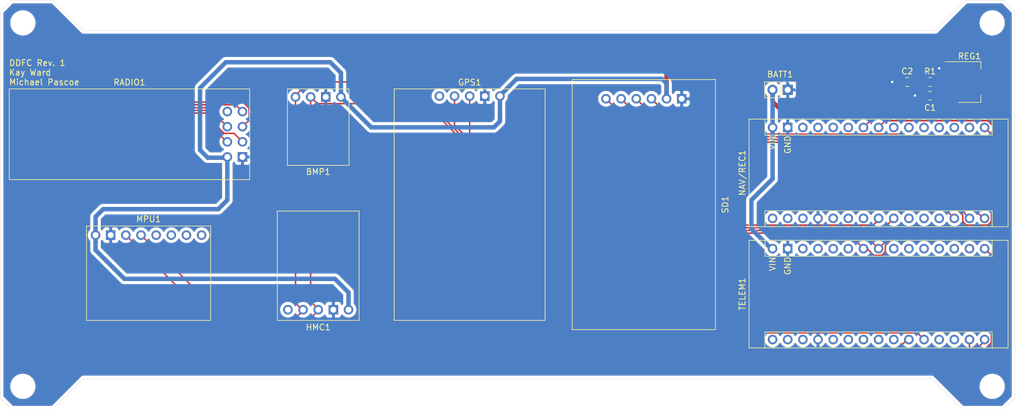
<source format=kicad_pcb>
(kicad_pcb (version 20171130) (host pcbnew "(5.1.10)-1")

  (general
    (thickness 1.6)
    (drawings 19)
    (tracks 172)
    (zones 0)
    (modules 17)
    (nets 64)
  )

  (page A4)
  (layers
    (0 F.Cu signal)
    (31 B.Cu signal)
    (33 F.Adhes user hide)
    (35 F.Paste user)
    (37 F.SilkS user)
    (38 B.Mask user)
    (39 F.Mask user)
    (40 Dwgs.User user)
    (41 Cmts.User user)
    (42 Eco1.User user)
    (43 Eco2.User user)
    (44 Edge.Cuts user)
    (45 Margin user)
    (46 B.CrtYd user)
    (47 F.CrtYd user)
    (49 F.Fab user)
  )

  (setup
    (last_trace_width 0.25)
    (trace_clearance 0.2)
    (zone_clearance 0.508)
    (zone_45_only no)
    (trace_min 0.2)
    (via_size 0.8)
    (via_drill 0.4)
    (via_min_size 0.4)
    (via_min_drill 0.3)
    (uvia_size 0.3)
    (uvia_drill 0.1)
    (uvias_allowed no)
    (uvia_min_size 0.2)
    (uvia_min_drill 0.1)
    (edge_width 0.05)
    (segment_width 0.2)
    (pcb_text_width 0.3)
    (pcb_text_size 1.5 1.5)
    (mod_edge_width 0.12)
    (mod_text_size 1 1)
    (mod_text_width 0.15)
    (pad_size 2 3.8)
    (pad_drill 0)
    (pad_to_mask_clearance 0)
    (aux_axis_origin 0 0)
    (grid_origin 128.27 113.03)
    (visible_elements 7FFFFFFF)
    (pcbplotparams
      (layerselection 0x010e8_ffffffff)
      (usegerberextensions true)
      (usegerberattributes true)
      (usegerberadvancedattributes true)
      (creategerberjobfile true)
      (excludeedgelayer true)
      (linewidth 0.100000)
      (plotframeref false)
      (viasonmask false)
      (mode 1)
      (useauxorigin false)
      (hpglpennumber 1)
      (hpglpenspeed 20)
      (hpglpendiameter 15.000000)
      (psnegative false)
      (psa4output false)
      (plotreference true)
      (plotvalue true)
      (plotinvisibletext false)
      (padsonsilk false)
      (subtractmaskfromsilk true)
      (outputformat 1)
      (mirror false)
      (drillshape 0)
      (scaleselection 1)
      (outputdirectory "gerber/"))
  )

  (net 0 "")
  (net 1 "Net-(MPU1-Pad5)")
  (net 2 "Net-(MPU1-Pad6)")
  (net 3 "Net-(MPU1-Pad7)")
  (net 4 "Net-(MPU1-Pad8)")
  (net 5 "Net-(HMC1-Pad5)")
  (net 6 "Net-(GPS1-Pad1)")
  (net 7 "Net-(RADIO1-Pad8)")
  (net 8 "Net-(C2-Pad1)")
  (net 9 +9V)
  (net 10 GND)
  (net 11 I2C_SDA)
  (net 12 I2C_SCL)
  (net 13 +3V3)
  (net 14 GPS_RX)
  (net 15 GPS_TX)
  (net 16 "Net-(NAV/REC1-Pad1)")
  (net 17 "Net-(NAV/REC1-Pad17)")
  (net 18 "Net-(NAV/REC1-Pad2)")
  (net 19 "Net-(NAV/REC1-Pad18)")
  (net 20 "Net-(NAV/REC1-Pad3)")
  (net 21 "Net-(NAV/REC1-Pad19)")
  (net 22 "Net-(NAV/REC1-Pad20)")
  (net 23 "Net-(NAV/REC1-Pad5)")
  (net 24 "Net-(NAV/REC1-Pad21)")
  (net 25 "Net-(NAV/REC1-Pad6)")
  (net 26 "Net-(NAV/REC1-Pad22)")
  (net 27 "Net-(NAV/REC1-Pad7)")
  (net 28 "Net-(NAV/REC1-Pad25)")
  (net 29 "Net-(NAV/REC1-Pad10)")
  (net 30 "Net-(NAV/REC1-Pad26)")
  (net 31 "Net-(NAV/REC1-Pad11)")
  (net 32 "Net-(NAV/REC1-Pad27)")
  (net 33 "Net-(NAV/REC1-Pad12)")
  (net 34 "Net-(NAV/REC1-Pad28)")
  (net 35 SD_CS)
  (net 36 SD_MOSI)
  (net 37 SD_MISO)
  (net 38 SD_SCK)
  (net 39 RADIO_MISO)
  (net 40 RADIO_MOSI)
  (net 41 RADIO_SCK)
  (net 42 RADIO_CSN)
  (net 43 RADIO_CE)
  (net 44 "Net-(TELEM1-Pad1)")
  (net 45 "Net-(TELEM1-Pad17)")
  (net 46 "Net-(TELEM1-Pad2)")
  (net 47 "Net-(TELEM1-Pad18)")
  (net 48 "Net-(TELEM1-Pad3)")
  (net 49 "Net-(TELEM1-Pad19)")
  (net 50 "Net-(TELEM1-Pad20)")
  (net 51 "Net-(TELEM1-Pad5)")
  (net 52 "Net-(TELEM1-Pad21)")
  (net 53 "Net-(TELEM1-Pad6)")
  (net 54 "Net-(TELEM1-Pad22)")
  (net 55 "Net-(TELEM1-Pad7)")
  (net 56 "Net-(TELEM1-Pad8)")
  (net 57 "Net-(TELEM1-Pad9)")
  (net 58 "Net-(TELEM1-Pad25)")
  (net 59 "Net-(TELEM1-Pad26)")
  (net 60 "Net-(TELEM1-Pad27)")
  (net 61 "Net-(TELEM1-Pad12)")
  (net 62 "Net-(TELEM1-Pad28)")
  (net 63 "Net-(TELEM1-Pad13)")

  (net_class Default "This is the default net class."
    (clearance 0.2)
    (trace_width 0.25)
    (via_dia 0.8)
    (via_drill 0.4)
    (uvia_dia 0.3)
    (uvia_drill 0.1)
    (add_net +3V3)
    (add_net +9V)
    (add_net GND)
    (add_net GPS_RX)
    (add_net GPS_TX)
    (add_net I2C_SCL)
    (add_net I2C_SDA)
    (add_net "Net-(GPS1-Pad1)")
    (add_net "Net-(HMC1-Pad5)")
    (add_net "Net-(MPU1-Pad5)")
    (add_net "Net-(MPU1-Pad6)")
    (add_net "Net-(MPU1-Pad7)")
    (add_net "Net-(MPU1-Pad8)")
    (add_net "Net-(NAV/REC1-Pad1)")
    (add_net "Net-(NAV/REC1-Pad10)")
    (add_net "Net-(NAV/REC1-Pad11)")
    (add_net "Net-(NAV/REC1-Pad12)")
    (add_net "Net-(NAV/REC1-Pad17)")
    (add_net "Net-(NAV/REC1-Pad18)")
    (add_net "Net-(NAV/REC1-Pad19)")
    (add_net "Net-(NAV/REC1-Pad2)")
    (add_net "Net-(NAV/REC1-Pad20)")
    (add_net "Net-(NAV/REC1-Pad21)")
    (add_net "Net-(NAV/REC1-Pad22)")
    (add_net "Net-(NAV/REC1-Pad25)")
    (add_net "Net-(NAV/REC1-Pad26)")
    (add_net "Net-(NAV/REC1-Pad27)")
    (add_net "Net-(NAV/REC1-Pad28)")
    (add_net "Net-(NAV/REC1-Pad3)")
    (add_net "Net-(NAV/REC1-Pad5)")
    (add_net "Net-(NAV/REC1-Pad6)")
    (add_net "Net-(NAV/REC1-Pad7)")
    (add_net "Net-(RADIO1-Pad8)")
    (add_net "Net-(TELEM1-Pad1)")
    (add_net "Net-(TELEM1-Pad12)")
    (add_net "Net-(TELEM1-Pad13)")
    (add_net "Net-(TELEM1-Pad17)")
    (add_net "Net-(TELEM1-Pad18)")
    (add_net "Net-(TELEM1-Pad19)")
    (add_net "Net-(TELEM1-Pad2)")
    (add_net "Net-(TELEM1-Pad20)")
    (add_net "Net-(TELEM1-Pad21)")
    (add_net "Net-(TELEM1-Pad22)")
    (add_net "Net-(TELEM1-Pad25)")
    (add_net "Net-(TELEM1-Pad26)")
    (add_net "Net-(TELEM1-Pad27)")
    (add_net "Net-(TELEM1-Pad28)")
    (add_net "Net-(TELEM1-Pad3)")
    (add_net "Net-(TELEM1-Pad5)")
    (add_net "Net-(TELEM1-Pad6)")
    (add_net "Net-(TELEM1-Pad7)")
    (add_net "Net-(TELEM1-Pad8)")
    (add_net "Net-(TELEM1-Pad9)")
    (add_net RADIO_CE)
    (add_net RADIO_CSN)
    (add_net RADIO_MISO)
    (add_net RADIO_MOSI)
    (add_net RADIO_SCK)
    (add_net SD_CS)
    (add_net SD_MISO)
    (add_net SD_MOSI)
    (add_net SD_SCK)
  )

  (net_class +3V3 ""
    (clearance 0.2)
    (trace_width 0.75)
    (via_dia 0.8)
    (via_drill 0.4)
    (uvia_dia 0.3)
    (uvia_drill 0.1)
    (add_net "Net-(C2-Pad1)")
  )

  (net_class +9V ""
    (clearance 0.2)
    (trace_width 0.75)
    (via_dia 0.8)
    (via_drill 0.4)
    (uvia_dia 0.3)
    (uvia_drill 0.1)
  )

  (net_class GND ""
    (clearance 0.2)
    (trace_width 0.75)
    (via_dia 0.8)
    (via_drill 0.4)
    (uvia_dia 0.3)
    (uvia_drill 0.1)
  )

  (net_class I2C ""
    (clearance 0.2)
    (trace_width 0.25)
    (via_dia 0.8)
    (via_drill 0.4)
    (uvia_dia 0.3)
    (uvia_drill 0.1)
  )

  (net_class SPI ""
    (clearance 0.2)
    (trace_width 0.25)
    (via_dia 0.8)
    (via_drill 0.4)
    (uvia_dia 0.3)
    (uvia_drill 0.1)
  )

  (net_class UART ""
    (clearance 0.2)
    (trace_width 0.25)
    (via_dia 0.8)
    (via_drill 0.4)
    (uvia_dia 0.3)
    (uvia_drill 0.1)
  )

  (module MountingHole:MountingHole_3.2mm_M3 (layer F.Cu) (tedit 56D1B4CB) (tstamp 614CF9C3)
    (at 119.38 142.24)
    (descr "Mounting Hole 3.2mm, no annular, M3")
    (tags "mounting hole 3.2mm no annular m3")
    (attr virtual)
    (fp_text reference HOLE3 (at 0 -4.445) (layer F.SilkS) hide
      (effects (font (size 1 1) (thickness 0.15)))
    )
    (fp_text value MountingHole_3.2mm_M3 (at 12.065 -4.445) (layer F.Fab)
      (effects (font (size 1 1) (thickness 0.15)))
    )
    (fp_circle (center 0 0) (end 3.2 0) (layer Cmts.User) (width 0.15))
    (fp_circle (center 0 0) (end 3.45 0) (layer F.CrtYd) (width 0.05))
    (fp_text user %R (at 0.3 0) (layer F.Fab)
      (effects (font (size 1 1) (thickness 0.15)))
    )
    (pad 1 np_thru_hole circle (at 0 0) (size 3.2 3.2) (drill 3.2) (layers *.Cu *.Mask))
  )

  (module MountingHole:MountingHole_3.2mm_M3 (layer F.Cu) (tedit 56D1B4CB) (tstamp 614C9E91)
    (at 119.38 81.28)
    (descr "Mounting Hole 3.2mm, no annular, M3")
    (tags "mounting hole 3.2mm no annular m3")
    (attr virtual)
    (fp_text reference HOLE2 (at 0 4.445) (layer F.SilkS) hide
      (effects (font (size 1 1) (thickness 0.15)))
    )
    (fp_text value MountingHole_3.2mm_M3 (at 12.065 4.445) (layer F.Fab)
      (effects (font (size 1 1) (thickness 0.15)))
    )
    (fp_circle (center 0 0) (end 3.2 0) (layer Cmts.User) (width 0.15))
    (fp_circle (center 0 0) (end 3.45 0) (layer F.CrtYd) (width 0.05))
    (fp_text user %R (at 0.3 0) (layer F.Fab)
      (effects (font (size 1 1) (thickness 0.15)))
    )
    (pad 1 np_thru_hole circle (at 0 0) (size 3.2 3.2) (drill 3.2) (layers *.Cu *.Mask))
  )

  (module MountingHole:MountingHole_3.2mm_M3 (layer F.Cu) (tedit 56D1B4CB) (tstamp 614D297B)
    (at 281.94 142.24)
    (descr "Mounting Hole 3.2mm, no annular, M3")
    (tags "mounting hole 3.2mm no annular m3")
    (attr virtual)
    (fp_text reference HOLE4 (at 0 -4.445) (layer F.SilkS) hide
      (effects (font (size 1 1) (thickness 0.15)))
    )
    (fp_text value MountingHole_3.2mm_M3 (at -12.065 -4.445) (layer F.Fab)
      (effects (font (size 1 1) (thickness 0.15)))
    )
    (fp_circle (center 0 0) (end 3.2 0) (layer Cmts.User) (width 0.15))
    (fp_circle (center 0 0) (end 3.45 0) (layer F.CrtYd) (width 0.05))
    (fp_text user %R (at 0.3 0) (layer F.Fab)
      (effects (font (size 1 1) (thickness 0.15)))
    )
    (pad 1 np_thru_hole circle (at 0 0) (size 3.2 3.2) (drill 3.2) (layers *.Cu *.Mask))
  )

  (module MountingHole:MountingHole_3.2mm_M3 (layer F.Cu) (tedit 56D1B4CB) (tstamp 614CF704)
    (at 281.94 81.28)
    (descr "Mounting Hole 3.2mm, no annular, M3")
    (tags "mounting hole 3.2mm no annular m3")
    (attr virtual)
    (fp_text reference HOLE1 (at -6.35 3.175) (layer F.SilkS) hide
      (effects (font (size 1 1) (thickness 0.15)))
    )
    (fp_text value MountingHole_3.2mm_M3 (at -18.415 3.175) (layer F.Fab)
      (effects (font (size 1 1) (thickness 0.15)))
    )
    (fp_circle (center 0 0) (end 3.45 0) (layer F.CrtYd) (width 0.05))
    (fp_circle (center 0 0) (end 3.2 0) (layer Cmts.User) (width 0.15))
    (fp_text user %R (at 0.3 0) (layer F.Fab)
      (effects (font (size 1 1) (thickness 0.15)))
    )
    (pad 1 np_thru_hole circle (at 0 0) (size 3.2 3.2) (drill 3.2) (layers *.Cu *.Mask))
  )

  (module avi:MicroSD_Breakout (layer F.Cu) (tedit 614C77A1) (tstamp 614CE170)
    (at 217.17 94.01 90)
    (path /614A280D)
    (fp_text reference SD1 (at -17.75 20 90) (layer F.SilkS)
      (effects (font (size 1 1) (thickness 0.15)))
    )
    (fp_text value MicroSD_Breakout (at -17.75 -7 90) (layer F.Fab)
      (effects (font (size 1 1) (thickness 0.15)))
    )
    (fp_line (start -38.71 18.36) (end 3.21 18.36) (layer F.SilkS) (width 0.12))
    (fp_line (start -38.71 -5.66) (end -38.71 18.36) (layer F.SilkS) (width 0.12))
    (fp_line (start 3.21 -5.66) (end -38.71 -5.66) (layer F.SilkS) (width 0.12))
    (fp_line (start 3.21 18.36) (end 3.21 -5.66) (layer F.SilkS) (width 0.12))
    (fp_line (start -38.8 18.45) (end 3.3 18.45) (layer F.CrtYd) (width 0.05))
    (fp_line (start -38.8 -5.75) (end -38.8 18.45) (layer F.CrtYd) (width 0.05))
    (fp_line (start 3.3 -5.75) (end -38.8 -5.75) (layer F.CrtYd) (width 0.05))
    (fp_line (start 3.3 18.45) (end 3.3 -5.75) (layer F.CrtYd) (width 0.05))
    (pad 6 thru_hole rect (at 0 12.7 90) (size 1.6 1.6) (drill 1) (layers *.Cu *.Mask)
      (net 10 GND))
    (pad 5 thru_hole circle (at 0 10.16 90) (size 1.6 1.6) (drill 1) (layers *.Cu *.Mask)
      (net 13 +3V3))
    (pad 4 thru_hole circle (at 0 7.62 90) (size 1.6 1.6) (drill 1) (layers *.Cu *.Mask)
      (net 37 SD_MISO))
    (pad 3 thru_hole circle (at 0 5.08 90) (size 1.6 1.6) (drill 1) (layers *.Cu *.Mask)
      (net 36 SD_MOSI))
    (pad 2 thru_hole circle (at 0 2.54 90) (size 1.6 1.6) (drill 1) (layers *.Cu *.Mask)
      (net 38 SD_SCK))
    (pad 1 thru_hole circle (at 0 0 90) (size 1.6 1.6) (drill 1) (layers *.Cu *.Mask)
      (net 35 SD_CS))
  )

  (module Package_TO_SOT_SMD:SOT-223-3_TabPin2 (layer F.Cu) (tedit 614C9B28) (tstamp 614C78F4)
    (at 278.13 91.205)
    (descr "module CMS SOT223 4 pins")
    (tags "CMS SOT")
    (path /614C77E7)
    (attr smd)
    (fp_text reference REG1 (at 0 -4.337) (layer F.SilkS)
      (effects (font (size 1 1) (thickness 0.15)))
    )
    (fp_text value AMS1117-3.3 (at 0 4.5) (layer F.Fab)
      (effects (font (size 1 1) (thickness 0.15)))
    )
    (fp_line (start 1.91 3.41) (end 1.91 2.15) (layer F.SilkS) (width 0.12))
    (fp_line (start 1.91 -3.41) (end 1.91 -2.15) (layer F.SilkS) (width 0.12))
    (fp_line (start 4.4 -3.6) (end -4.4 -3.6) (layer F.CrtYd) (width 0.05))
    (fp_line (start 4.4 3.6) (end 4.4 -3.6) (layer F.CrtYd) (width 0.05))
    (fp_line (start -4.4 3.6) (end 4.4 3.6) (layer F.CrtYd) (width 0.05))
    (fp_line (start -4.4 -3.6) (end -4.4 3.6) (layer F.CrtYd) (width 0.05))
    (fp_line (start -1.85 -2.35) (end -0.85 -3.35) (layer F.Fab) (width 0.1))
    (fp_line (start -1.85 -2.35) (end -1.85 3.35) (layer F.Fab) (width 0.1))
    (fp_line (start -1.85 3.41) (end 1.91 3.41) (layer F.SilkS) (width 0.12))
    (fp_line (start -0.85 -3.35) (end 1.85 -3.35) (layer F.Fab) (width 0.1))
    (fp_line (start -4.1 -3.41) (end 1.91 -3.41) (layer F.SilkS) (width 0.12))
    (fp_line (start -1.85 3.35) (end 1.85 3.35) (layer F.Fab) (width 0.1))
    (fp_line (start 1.85 -3.35) (end 1.85 3.35) (layer F.Fab) (width 0.1))
    (fp_text user %R (at 0 0 90) (layer F.Fab)
      (effects (font (size 0.8 0.8) (thickness 0.12)))
    )
    (pad 1 smd rect (at -3.15 -2.3) (size 2 1.5) (layers F.Cu F.Paste F.Mask)
      (net 10 GND))
    (pad 3 smd rect (at -3.15 2.3) (size 2 1.5) (layers F.Cu F.Paste F.Mask)
      (net 9 +9V))
    (pad 2 smd rect (at -3.15 0) (size 2 1.5) (layers F.Cu F.Paste F.Mask)
      (net 13 +3V3))
    (pad "" smd rect (at 3.15 0) (size 2 3.8) (layers F.Cu F.Paste F.Mask))
    (model ${KISYS3DMOD}/Package_TO_SOT_SMD.3dshapes/SOT-223.wrl
      (at (xyz 0 0 0))
      (scale (xyz 1 1 1))
      (rotate (xyz 0 0 0))
    )
  )

  (module avi:NRF24L01+_Breakout (layer F.Cu) (tedit 614B2E00) (tstamp 614C72A1)
    (at 156.21 103.77 180)
    (path /614C14CE)
    (fp_text reference RADIO1 (at 18.95 12.51) (layer F.SilkS)
      (effects (font (size 1 1) (thickness 0.15)))
    )
    (fp_text value NRF24L01+_Breakout (at 18.95 -5) (layer F.Fab)
      (effects (font (size 1 1) (thickness 0.15)))
    )
    (fp_line (start -1.3 -3.89) (end 39.2 -3.89) (layer F.CrtYd) (width 0.05))
    (fp_line (start 39.2 -3.89) (end 39.2 11.51) (layer F.CrtYd) (width 0.05))
    (fp_line (start 39.2 11.51) (end -1.3 11.51) (layer F.CrtYd) (width 0.05))
    (fp_line (start -1.3 11.51) (end -1.3 -3.89) (layer F.CrtYd) (width 0.05))
    (fp_line (start -1.21 -3.8) (end 39.11 -3.8) (layer F.SilkS) (width 0.12))
    (fp_line (start 39.11 -3.8) (end 39.11 11.42) (layer F.SilkS) (width 0.12))
    (fp_line (start 39.11 11.42) (end -1.21 11.42) (layer F.SilkS) (width 0.12))
    (fp_line (start -1.21 11.42) (end -1.21 -3.8) (layer F.SilkS) (width 0.12))
    (pad 8 thru_hole circle (at 2.54 7.62 180) (size 1.6 1.6) (drill 1) (layers *.Cu *.Mask)
      (net 7 "Net-(RADIO1-Pad8)"))
    (pad 7 thru_hole circle (at 0 7.62 180) (size 1.6 1.6) (drill 1) (layers *.Cu *.Mask)
      (net 39 RADIO_MISO))
    (pad 6 thru_hole circle (at 2.54 5.08 180) (size 1.6 1.6) (drill 1) (layers *.Cu *.Mask)
      (net 40 RADIO_MOSI))
    (pad 5 thru_hole circle (at 0 5.08 180) (size 1.6 1.6) (drill 1) (layers *.Cu *.Mask)
      (net 41 RADIO_SCK))
    (pad 4 thru_hole circle (at 2.54 2.54 180) (size 1.6 1.6) (drill 1) (layers *.Cu *.Mask)
      (net 42 RADIO_CSN))
    (pad 3 thru_hole circle (at 0 2.54 180) (size 1.6 1.6) (drill 1) (layers *.Cu *.Mask)
      (net 43 RADIO_CE))
    (pad 2 thru_hole circle (at 2.54 0 180) (size 1.6 1.6) (drill 1) (layers *.Cu *.Mask)
      (net 13 +3V3))
    (pad 1 thru_hole rect (at 0 0 180) (size 1.6 1.6) (drill 1) (layers *.Cu *.Mask)
      (net 10 GND))
  )

  (module Resistor_SMD:R_0805_2012Metric_Pad1.20x1.40mm_HandSolder (layer F.Cu) (tedit 5F68FEEE) (tstamp 614C772E)
    (at 271.542 91.205 180)
    (descr "Resistor SMD 0805 (2012 Metric), square (rectangular) end terminal, IPC_7351 nominal with elongated pad for handsoldering. (Body size source: IPC-SM-782 page 72, https://www.pcb-3d.com/wordpress/wp-content/uploads/ipc-sm-782a_amendment_1_and_2.pdf), generated with kicad-footprint-generator")
    (tags "resistor handsolder")
    (path /614CD49E)
    (attr smd)
    (fp_text reference R1 (at 0.016 1.797) (layer F.SilkS)
      (effects (font (size 1 1) (thickness 0.15)))
    )
    (fp_text value 3.3R (at 0.016 3.067) (layer F.Fab)
      (effects (font (size 1 1) (thickness 0.15)))
    )
    (fp_line (start -1 0.625) (end -1 -0.625) (layer F.Fab) (width 0.1))
    (fp_line (start -1 -0.625) (end 1 -0.625) (layer F.Fab) (width 0.1))
    (fp_line (start 1 -0.625) (end 1 0.625) (layer F.Fab) (width 0.1))
    (fp_line (start 1 0.625) (end -1 0.625) (layer F.Fab) (width 0.1))
    (fp_line (start -0.227064 -0.735) (end 0.227064 -0.735) (layer F.SilkS) (width 0.12))
    (fp_line (start -0.227064 0.735) (end 0.227064 0.735) (layer F.SilkS) (width 0.12))
    (fp_line (start -1.85 0.95) (end -1.85 -0.95) (layer F.CrtYd) (width 0.05))
    (fp_line (start -1.85 -0.95) (end 1.85 -0.95) (layer F.CrtYd) (width 0.05))
    (fp_line (start 1.85 -0.95) (end 1.85 0.95) (layer F.CrtYd) (width 0.05))
    (fp_line (start 1.85 0.95) (end -1.85 0.95) (layer F.CrtYd) (width 0.05))
    (fp_text user %R (at 0 0) (layer F.Fab)
      (effects (font (size 0.5 0.5) (thickness 0.08)))
    )
    (pad 2 smd roundrect (at 1 0 180) (size 1.2 1.4) (layers F.Cu F.Paste F.Mask) (roundrect_rratio 0.2083325)
      (net 8 "Net-(C2-Pad1)"))
    (pad 1 smd roundrect (at -1 0 180) (size 1.2 1.4) (layers F.Cu F.Paste F.Mask) (roundrect_rratio 0.2083325)
      (net 13 +3V3))
    (model ${KISYS3DMOD}/Resistor_SMD.3dshapes/R_0805_2012Metric.wrl
      (at (xyz 0 0 0))
      (scale (xyz 1 1 1))
      (rotate (xyz 0 0 0))
    )
  )

  (module avi:Arduino_Nano_Clone (layer F.Cu) (tedit 6149DFF9) (tstamp 614C727C)
    (at 245.11 114.065 90)
    (descr "Arduino Nano, http://www.mouser.com/pdfdocs/Gravitech_Arduino_Nano3_0.pdf")
    (tags "Arduino Nano")
    (path /614E99DB)
    (fp_text reference NAV/REC1 (at 7.62 -5.08 90) (layer F.SilkS)
      (effects (font (size 1 1) (thickness 0.15)))
    )
    (fp_text value Arduino_Nano_v3.x (at 8.89 19.05 180) (layer F.Fab)
      (effects (font (size 1 1) (thickness 0.15)))
    )
    (fp_line (start 1.27 -1.27) (end -1.4 -1.27) (layer F.SilkS) (width 0.12))
    (fp_line (start -1.4 -1.27) (end -1.4 39.5) (layer F.SilkS) (width 0.12))
    (fp_line (start -1.4 -3.94) (end -1.4 -1.27) (layer F.SilkS) (width 0.12))
    (fp_line (start 13.97 -1.27) (end 16.64 -1.27) (layer F.SilkS) (width 0.12))
    (fp_line (start 13.97 -1.27) (end 13.97 36.83) (layer F.SilkS) (width 0.12))
    (fp_line (start 13.97 36.83) (end 16.64 36.83) (layer F.SilkS) (width 0.12))
    (fp_line (start 1.27 -1.27) (end 1.27 36.83) (layer F.SilkS) (width 0.12))
    (fp_line (start 1.27 36.83) (end -1.4 36.83) (layer F.SilkS) (width 0.12))
    (fp_line (start 3.81 31.75) (end 11.43 31.75) (layer F.Fab) (width 0.1))
    (fp_line (start 11.43 31.75) (end 11.43 41.91) (layer F.Fab) (width 0.1))
    (fp_line (start 11.43 41.91) (end 3.81 41.91) (layer F.Fab) (width 0.1))
    (fp_line (start 3.81 41.91) (end 3.81 31.75) (layer F.Fab) (width 0.1))
    (fp_line (start -1.4 39.5) (end 16.64 39.5) (layer F.SilkS) (width 0.12))
    (fp_line (start 16.64 39.5) (end 16.64 -3.94) (layer F.SilkS) (width 0.12))
    (fp_line (start 16.64 -3.94) (end -1.4 -3.94) (layer F.SilkS) (width 0.12))
    (fp_line (start 16.51 39.37) (end -1.27 39.37) (layer F.Fab) (width 0.1))
    (fp_line (start -1.27 39.37) (end -1.27 -2.54) (layer F.Fab) (width 0.1))
    (fp_line (start -1.27 -2.54) (end 0 -3.81) (layer F.Fab) (width 0.1))
    (fp_line (start 0 -3.81) (end 16.51 -3.81) (layer F.Fab) (width 0.1))
    (fp_line (start 16.51 -3.81) (end 16.51 39.37) (layer F.Fab) (width 0.1))
    (fp_line (start -1.53 -4.06) (end 16.75 -4.06) (layer F.CrtYd) (width 0.05))
    (fp_line (start -1.53 -4.06) (end -1.53 42.16) (layer F.CrtYd) (width 0.05))
    (fp_line (start 16.75 42.16) (end 16.75 -4.06) (layer F.CrtYd) (width 0.05))
    (fp_line (start 16.75 42.16) (end -1.53 42.16) (layer F.CrtYd) (width 0.05))
    (fp_text user VIN (at 13.97 0 90) (layer F.SilkS)
      (effects (font (size 1 1) (thickness 0.15)) (justify right))
    )
    (fp_text user GND (at 13.97 2.54 90) (layer F.SilkS)
      (effects (font (size 1 1) (thickness 0.15)) (justify right))
    )
    (fp_text user %R (at 6.35 19.05 180) (layer F.Fab)
      (effects (font (size 1 1) (thickness 0.15)))
    )
    (pad 1 thru_hole circle (at 0 0 90) (size 1.6 1.6) (drill 1) (layers *.Cu *.Mask)
      (net 16 "Net-(NAV/REC1-Pad1)"))
    (pad 17 thru_hole oval (at 15.24 33.02 90) (size 1.6 1.6) (drill 1) (layers *.Cu *.Mask)
      (net 17 "Net-(NAV/REC1-Pad17)"))
    (pad 2 thru_hole oval (at 0 2.54 90) (size 1.6 1.6) (drill 1) (layers *.Cu *.Mask)
      (net 18 "Net-(NAV/REC1-Pad2)"))
    (pad 18 thru_hole oval (at 15.24 30.48 90) (size 1.6 1.6) (drill 1) (layers *.Cu *.Mask)
      (net 19 "Net-(NAV/REC1-Pad18)"))
    (pad 3 thru_hole oval (at 0 5.08 90) (size 1.6 1.6) (drill 1) (layers *.Cu *.Mask)
      (net 20 "Net-(NAV/REC1-Pad3)"))
    (pad 19 thru_hole oval (at 15.24 27.94 90) (size 1.6 1.6) (drill 1) (layers *.Cu *.Mask)
      (net 21 "Net-(NAV/REC1-Pad19)"))
    (pad 4 thru_hole oval (at 0 7.62 90) (size 1.6 1.6) (drill 1) (layers *.Cu *.Mask)
      (net 10 GND))
    (pad 20 thru_hole oval (at 15.24 25.4 90) (size 1.6 1.6) (drill 1) (layers *.Cu *.Mask)
      (net 22 "Net-(NAV/REC1-Pad20)"))
    (pad 5 thru_hole oval (at 0 10.16 90) (size 1.6 1.6) (drill 1) (layers *.Cu *.Mask)
      (net 23 "Net-(NAV/REC1-Pad5)"))
    (pad 21 thru_hole oval (at 15.24 22.86 90) (size 1.6 1.6) (drill 1) (layers *.Cu *.Mask)
      (net 24 "Net-(NAV/REC1-Pad21)"))
    (pad 6 thru_hole oval (at 0 12.7 90) (size 1.6 1.6) (drill 1) (layers *.Cu *.Mask)
      (net 25 "Net-(NAV/REC1-Pad6)"))
    (pad 22 thru_hole oval (at 15.24 20.32 90) (size 1.6 1.6) (drill 1) (layers *.Cu *.Mask)
      (net 26 "Net-(NAV/REC1-Pad22)"))
    (pad 7 thru_hole oval (at 0 15.24 90) (size 1.6 1.6) (drill 1) (layers *.Cu *.Mask)
      (net 27 "Net-(NAV/REC1-Pad7)"))
    (pad 23 thru_hole oval (at 15.24 17.78 90) (size 1.6 1.6) (drill 1) (layers *.Cu *.Mask)
      (net 11 I2C_SDA))
    (pad 8 thru_hole oval (at 0 17.78 90) (size 1.6 1.6) (drill 1) (layers *.Cu *.Mask)
      (net 15 GPS_TX))
    (pad 24 thru_hole oval (at 15.24 15.24 90) (size 1.6 1.6) (drill 1) (layers *.Cu *.Mask)
      (net 12 I2C_SCL))
    (pad 9 thru_hole oval (at 0 20.32 90) (size 1.6 1.6) (drill 1) (layers *.Cu *.Mask)
      (net 14 GPS_RX))
    (pad 25 thru_hole oval (at 15.24 12.7 90) (size 1.6 1.6) (drill 1) (layers *.Cu *.Mask)
      (net 28 "Net-(NAV/REC1-Pad25)"))
    (pad 10 thru_hole oval (at 0 22.86 90) (size 1.6 1.6) (drill 1) (layers *.Cu *.Mask)
      (net 29 "Net-(NAV/REC1-Pad10)"))
    (pad 26 thru_hole oval (at 15.24 10.16 90) (size 1.6 1.6) (drill 1) (layers *.Cu *.Mask)
      (net 30 "Net-(NAV/REC1-Pad26)"))
    (pad 11 thru_hole oval (at 0 25.4 90) (size 1.6 1.6) (drill 1) (layers *.Cu *.Mask)
      (net 31 "Net-(NAV/REC1-Pad11)"))
    (pad 27 thru_hole oval (at 15.24 7.62 90) (size 1.6 1.6) (drill 1) (layers *.Cu *.Mask)
      (net 32 "Net-(NAV/REC1-Pad27)"))
    (pad 12 thru_hole oval (at 0 27.94 90) (size 1.6 1.6) (drill 1) (layers *.Cu *.Mask)
      (net 33 "Net-(NAV/REC1-Pad12)"))
    (pad 28 thru_hole oval (at 15.24 5.08 90) (size 1.6 1.6) (drill 1) (layers *.Cu *.Mask)
      (net 34 "Net-(NAV/REC1-Pad28)"))
    (pad 13 thru_hole oval (at 0 30.48 90) (size 1.6 1.6) (drill 1) (layers *.Cu *.Mask)
      (net 35 SD_CS))
    (pad 29 thru_hole trapezoid (at 15.24 2.54 90) (size 1.6 1.6) (drill 1) (layers *.Cu *.Mask)
      (net 10 GND))
    (pad 14 thru_hole oval (at 0 33.02 90) (size 1.6 1.6) (drill 1) (layers *.Cu *.Mask)
      (net 36 SD_MOSI))
    (pad 30 thru_hole oval (at 15.24 0 90) (size 1.6 1.6) (drill 1) (layers *.Cu *.Mask)
      (net 9 +9V))
    (pad 15 thru_hole oval (at 0 35.56 90) (size 1.6 1.6) (drill 1) (layers *.Cu *.Mask)
      (net 37 SD_MISO))
    (pad 16 thru_hole oval (at 15.24 35.56 90) (size 1.6 1.6) (drill 1) (layers *.Cu *.Mask)
      (net 38 SD_SCK))
    (model ${KISYS3DMOD}/Module.3dshapes/Arduino_Nano_WithMountingHoles.wrl
      (at (xyz 0 0 0))
      (scale (xyz 1 1 1))
      (rotate (xyz 0 0 0))
    )
  )

  (module avi:Arduino_Nano_Clone (layer F.Cu) (tedit 6149DFF9) (tstamp 614C723F)
    (at 245.11 134.385 90)
    (descr "Arduino Nano, http://www.mouser.com/pdfdocs/Gravitech_Arduino_Nano3_0.pdf")
    (tags "Arduino Nano")
    (path /61488C0C)
    (fp_text reference TELEM1 (at 7.62 -5.08 90) (layer F.SilkS)
      (effects (font (size 1 1) (thickness 0.15)))
    )
    (fp_text value Arduino_Nano_v3.x (at 8.89 19.05 180) (layer F.Fab)
      (effects (font (size 1 1) (thickness 0.15)))
    )
    (fp_line (start 1.27 -1.27) (end -1.4 -1.27) (layer F.SilkS) (width 0.12))
    (fp_line (start -1.4 -1.27) (end -1.4 39.5) (layer F.SilkS) (width 0.12))
    (fp_line (start -1.4 -3.94) (end -1.4 -1.27) (layer F.SilkS) (width 0.12))
    (fp_line (start 13.97 -1.27) (end 16.64 -1.27) (layer F.SilkS) (width 0.12))
    (fp_line (start 13.97 -1.27) (end 13.97 36.83) (layer F.SilkS) (width 0.12))
    (fp_line (start 13.97 36.83) (end 16.64 36.83) (layer F.SilkS) (width 0.12))
    (fp_line (start 1.27 -1.27) (end 1.27 36.83) (layer F.SilkS) (width 0.12))
    (fp_line (start 1.27 36.83) (end -1.4 36.83) (layer F.SilkS) (width 0.12))
    (fp_line (start 3.81 31.75) (end 11.43 31.75) (layer F.Fab) (width 0.1))
    (fp_line (start 11.43 31.75) (end 11.43 41.91) (layer F.Fab) (width 0.1))
    (fp_line (start 11.43 41.91) (end 3.81 41.91) (layer F.Fab) (width 0.1))
    (fp_line (start 3.81 41.91) (end 3.81 31.75) (layer F.Fab) (width 0.1))
    (fp_line (start -1.4 39.5) (end 16.64 39.5) (layer F.SilkS) (width 0.12))
    (fp_line (start 16.64 39.5) (end 16.64 -3.94) (layer F.SilkS) (width 0.12))
    (fp_line (start 16.64 -3.94) (end -1.4 -3.94) (layer F.SilkS) (width 0.12))
    (fp_line (start 16.51 39.37) (end -1.27 39.37) (layer F.Fab) (width 0.1))
    (fp_line (start -1.27 39.37) (end -1.27 -2.54) (layer F.Fab) (width 0.1))
    (fp_line (start -1.27 -2.54) (end 0 -3.81) (layer F.Fab) (width 0.1))
    (fp_line (start 0 -3.81) (end 16.51 -3.81) (layer F.Fab) (width 0.1))
    (fp_line (start 16.51 -3.81) (end 16.51 39.37) (layer F.Fab) (width 0.1))
    (fp_line (start -1.53 -4.06) (end 16.75 -4.06) (layer F.CrtYd) (width 0.05))
    (fp_line (start -1.53 -4.06) (end -1.53 42.16) (layer F.CrtYd) (width 0.05))
    (fp_line (start 16.75 42.16) (end 16.75 -4.06) (layer F.CrtYd) (width 0.05))
    (fp_line (start 16.75 42.16) (end -1.53 42.16) (layer F.CrtYd) (width 0.05))
    (fp_text user VIN (at 13.97 0 90) (layer F.SilkS)
      (effects (font (size 1 1) (thickness 0.15)) (justify right))
    )
    (fp_text user GND (at 13.97 2.54 90) (layer F.SilkS)
      (effects (font (size 1 1) (thickness 0.15)) (justify right))
    )
    (fp_text user %R (at 6.35 19.05 180) (layer F.Fab)
      (effects (font (size 1 1) (thickness 0.15)))
    )
    (pad 1 thru_hole circle (at 0 0 90) (size 1.6 1.6) (drill 1) (layers *.Cu *.Mask)
      (net 44 "Net-(TELEM1-Pad1)"))
    (pad 17 thru_hole oval (at 15.24 33.02 90) (size 1.6 1.6) (drill 1) (layers *.Cu *.Mask)
      (net 45 "Net-(TELEM1-Pad17)"))
    (pad 2 thru_hole oval (at 0 2.54 90) (size 1.6 1.6) (drill 1) (layers *.Cu *.Mask)
      (net 46 "Net-(TELEM1-Pad2)"))
    (pad 18 thru_hole oval (at 15.24 30.48 90) (size 1.6 1.6) (drill 1) (layers *.Cu *.Mask)
      (net 47 "Net-(TELEM1-Pad18)"))
    (pad 3 thru_hole oval (at 0 5.08 90) (size 1.6 1.6) (drill 1) (layers *.Cu *.Mask)
      (net 48 "Net-(TELEM1-Pad3)"))
    (pad 19 thru_hole oval (at 15.24 27.94 90) (size 1.6 1.6) (drill 1) (layers *.Cu *.Mask)
      (net 49 "Net-(TELEM1-Pad19)"))
    (pad 4 thru_hole oval (at 0 7.62 90) (size 1.6 1.6) (drill 1) (layers *.Cu *.Mask)
      (net 10 GND))
    (pad 20 thru_hole oval (at 15.24 25.4 90) (size 1.6 1.6) (drill 1) (layers *.Cu *.Mask)
      (net 50 "Net-(TELEM1-Pad20)"))
    (pad 5 thru_hole oval (at 0 10.16 90) (size 1.6 1.6) (drill 1) (layers *.Cu *.Mask)
      (net 51 "Net-(TELEM1-Pad5)"))
    (pad 21 thru_hole oval (at 15.24 22.86 90) (size 1.6 1.6) (drill 1) (layers *.Cu *.Mask)
      (net 52 "Net-(TELEM1-Pad21)"))
    (pad 6 thru_hole oval (at 0 12.7 90) (size 1.6 1.6) (drill 1) (layers *.Cu *.Mask)
      (net 53 "Net-(TELEM1-Pad6)"))
    (pad 22 thru_hole oval (at 15.24 20.32 90) (size 1.6 1.6) (drill 1) (layers *.Cu *.Mask)
      (net 54 "Net-(TELEM1-Pad22)"))
    (pad 7 thru_hole oval (at 0 15.24 90) (size 1.6 1.6) (drill 1) (layers *.Cu *.Mask)
      (net 55 "Net-(TELEM1-Pad7)"))
    (pad 23 thru_hole oval (at 15.24 17.78 90) (size 1.6 1.6) (drill 1) (layers *.Cu *.Mask)
      (net 11 I2C_SDA))
    (pad 8 thru_hole oval (at 0 17.78 90) (size 1.6 1.6) (drill 1) (layers *.Cu *.Mask)
      (net 56 "Net-(TELEM1-Pad8)"))
    (pad 24 thru_hole oval (at 15.24 15.24 90) (size 1.6 1.6) (drill 1) (layers *.Cu *.Mask)
      (net 12 I2C_SCL))
    (pad 9 thru_hole oval (at 0 20.32 90) (size 1.6 1.6) (drill 1) (layers *.Cu *.Mask)
      (net 57 "Net-(TELEM1-Pad9)"))
    (pad 25 thru_hole oval (at 15.24 12.7 90) (size 1.6 1.6) (drill 1) (layers *.Cu *.Mask)
      (net 58 "Net-(TELEM1-Pad25)"))
    (pad 10 thru_hole oval (at 0 22.86 90) (size 1.6 1.6) (drill 1) (layers *.Cu *.Mask)
      (net 43 RADIO_CE))
    (pad 26 thru_hole oval (at 15.24 10.16 90) (size 1.6 1.6) (drill 1) (layers *.Cu *.Mask)
      (net 59 "Net-(TELEM1-Pad26)"))
    (pad 11 thru_hole oval (at 0 25.4 90) (size 1.6 1.6) (drill 1) (layers *.Cu *.Mask)
      (net 42 RADIO_CSN))
    (pad 27 thru_hole oval (at 15.24 7.62 90) (size 1.6 1.6) (drill 1) (layers *.Cu *.Mask)
      (net 60 "Net-(TELEM1-Pad27)"))
    (pad 12 thru_hole oval (at 0 27.94 90) (size 1.6 1.6) (drill 1) (layers *.Cu *.Mask)
      (net 61 "Net-(TELEM1-Pad12)"))
    (pad 28 thru_hole oval (at 15.24 5.08 90) (size 1.6 1.6) (drill 1) (layers *.Cu *.Mask)
      (net 62 "Net-(TELEM1-Pad28)"))
    (pad 13 thru_hole oval (at 0 30.48 90) (size 1.6 1.6) (drill 1) (layers *.Cu *.Mask)
      (net 63 "Net-(TELEM1-Pad13)"))
    (pad 29 thru_hole trapezoid (at 15.24 2.54 90) (size 1.6 1.6) (drill 1) (layers *.Cu *.Mask)
      (net 10 GND))
    (pad 14 thru_hole oval (at 0 33.02 90) (size 1.6 1.6) (drill 1) (layers *.Cu *.Mask)
      (net 40 RADIO_MOSI))
    (pad 30 thru_hole oval (at 15.24 0 90) (size 1.6 1.6) (drill 1) (layers *.Cu *.Mask)
      (net 9 +9V))
    (pad 15 thru_hole oval (at 0 35.56 90) (size 1.6 1.6) (drill 1) (layers *.Cu *.Mask)
      (net 39 RADIO_MISO))
    (pad 16 thru_hole oval (at 15.24 35.56 90) (size 1.6 1.6) (drill 1) (layers *.Cu *.Mask)
      (net 41 RADIO_SCK))
    (model ${KISYS3DMOD}/Module.3dshapes/Arduino_Nano_WithMountingHoles.wrl
      (at (xyz 0 0 0))
      (scale (xyz 1 1 1))
      (rotate (xyz 0 0 0))
    )
  )

  (module avi:MPU6050_Breakout (layer F.Cu) (tedit 614B1EB9) (tstamp 614C7202)
    (at 131.572 116.8762 90)
    (path /61499C51)
    (fp_text reference MPU1 (at 2.6902 8.8912 180) (layer F.SilkS)
      (effects (font (size 1 1) (thickness 0.15)))
    )
    (fp_text value MPU6050_Breakout (at -6.3838 -3.4688 90) (layer F.Fab)
      (effects (font (size 1 1) (thickness 0.15)))
    )
    (fp_line (start 1.6162 19.3912) (end 1.6162 -1.6088) (layer F.CrtYd) (width 0.05))
    (fp_line (start 1.6162 -1.6088) (end -14.3838 -1.6088) (layer F.CrtYd) (width 0.05))
    (fp_line (start -14.3838 -1.6088) (end -14.3838 19.3912) (layer F.CrtYd) (width 0.05))
    (fp_line (start -14.3838 19.3912) (end 1.6162 19.3912) (layer F.CrtYd) (width 0.05))
    (fp_line (start 1.5262 19.3012) (end -14.2938 19.3012) (layer F.SilkS) (width 0.12))
    (fp_line (start -14.2938 19.3012) (end -14.2938 -1.5188) (layer F.SilkS) (width 0.12))
    (fp_line (start -14.2938 -1.5188) (end 1.5262 -1.5188) (layer F.SilkS) (width 0.12))
    (fp_line (start 1.5262 -1.5188) (end 1.5262 19.3012) (layer F.SilkS) (width 0.12))
    (pad 1 thru_hole circle (at 0 0 90) (size 1.6 1.6) (drill 1) (layers *.Cu *.Mask)
      (net 13 +3V3))
    (pad 2 thru_hole rect (at 0 2.54 90) (size 1.6 1.6) (drill 1) (layers *.Cu *.Mask)
      (net 10 GND))
    (pad 3 thru_hole circle (at 0 5.08 90) (size 1.6 1.6) (drill 1) (layers *.Cu *.Mask)
      (net 12 I2C_SCL))
    (pad 4 thru_hole circle (at 0 7.62 90) (size 1.6 1.6) (drill 1) (layers *.Cu *.Mask)
      (net 11 I2C_SDA))
    (pad 5 thru_hole circle (at 0 10.16 90) (size 1.6 1.6) (drill 1) (layers *.Cu *.Mask)
      (net 1 "Net-(MPU1-Pad5)"))
    (pad 6 thru_hole circle (at 0 12.7 90) (size 1.6 1.6) (drill 1) (layers *.Cu *.Mask)
      (net 2 "Net-(MPU1-Pad6)"))
    (pad 7 thru_hole circle (at 0 15.24 90) (size 1.6 1.6) (drill 1) (layers *.Cu *.Mask)
      (net 3 "Net-(MPU1-Pad7)"))
    (pad 8 thru_hole circle (at 0 17.78 90) (size 1.6 1.6) (drill 1) (layers *.Cu *.Mask)
      (net 4 "Net-(MPU1-Pad8)"))
  )

  (module avi:HMC5883L_Breakout (layer F.Cu) (tedit 614B2322) (tstamp 614C71EE)
    (at 173.99 129.39 270)
    (path /614B4AA4)
    (fp_text reference HMC1 (at 2.944 5.08 180) (layer F.SilkS)
      (effects (font (size 1 1) (thickness 0.15)))
    )
    (fp_text value HMC5883L_Breakout (at -7.79 13 90) (layer F.Fab)
      (effects (font (size 1 1) (thickness 0.15)))
    )
    (fp_line (start 1.87 -1.87) (end 1.87 12.03) (layer F.CrtYd) (width 0.05))
    (fp_line (start 1.87 12.03) (end -16.63 12.03) (layer F.CrtYd) (width 0.05))
    (fp_line (start -16.63 12.03) (end -16.63 -1.87) (layer F.CrtYd) (width 0.05))
    (fp_line (start -16.63 -1.87) (end 1.87 -1.87) (layer F.CrtYd) (width 0.05))
    (fp_line (start -16.54 11.94) (end 1.78 11.94) (layer F.SilkS) (width 0.12))
    (fp_line (start 1.78 11.94) (end 1.78 -1.78) (layer F.SilkS) (width 0.12))
    (fp_line (start 1.78 -1.78) (end -16.54 -1.78) (layer F.SilkS) (width 0.12))
    (fp_line (start -16.54 -1.78) (end -16.54 11.94) (layer F.SilkS) (width 0.12))
    (pad 5 thru_hole circle (at 0 10.16 270) (size 1.6 1.6) (drill 1) (layers *.Cu *.Mask)
      (net 5 "Net-(HMC1-Pad5)"))
    (pad 4 thru_hole circle (at 0 7.62 270) (size 1.6 1.6) (drill 1) (layers *.Cu *.Mask)
      (net 11 I2C_SDA))
    (pad 3 thru_hole circle (at 0 5.08 270) (size 1.6 1.6) (drill 1) (layers *.Cu *.Mask)
      (net 12 I2C_SCL))
    (pad 2 thru_hole rect (at 0 2.54 270) (size 1.6 1.6) (drill 1) (layers *.Cu *.Mask)
      (net 10 GND))
    (pad 1 thru_hole circle (at 0 0 270) (size 1.6 1.6) (drill 1) (layers *.Cu *.Mask)
      (net 13 +3V3))
  )

  (module avi:NEO-7M_Breakout (layer F.Cu) (tedit 614B2B2E) (tstamp 614C71DD)
    (at 189.23 93.56 90)
    (path /61499201)
    (fp_text reference GPS1 (at 2.3 5.08 180) (layer F.SilkS)
      (effects (font (size 1 1) (thickness 0.15)))
    )
    (fp_text value NEO-7M_Breakout (at -18.2 -9 90) (layer F.Fab)
      (effects (font (size 1 1) (thickness 0.15)))
    )
    (fp_line (start 1.3 -7.67) (end 1.3 17.83) (layer F.CrtYd) (width 0.05))
    (fp_line (start 1.3 17.83) (end -37.7 17.83) (layer F.CrtYd) (width 0.05))
    (fp_line (start -37.7 17.83) (end -37.7 -7.67) (layer F.CrtYd) (width 0.05))
    (fp_line (start -37.7 -7.67) (end 1.3 -7.67) (layer F.CrtYd) (width 0.05))
    (fp_line (start 1.21 17.74) (end 1.21 -7.58) (layer F.SilkS) (width 0.12))
    (fp_line (start 1.21 -7.58) (end -37.61 -7.58) (layer F.SilkS) (width 0.12))
    (fp_line (start -37.61 -7.58) (end -37.61 17.74) (layer F.SilkS) (width 0.12))
    (fp_line (start -37.61 17.74) (end 1.21 17.74) (layer F.SilkS) (width 0.12))
    (pad 1 thru_hole circle (at 0 0 90) (size 1.6 1.6) (drill 1) (layers *.Cu *.Mask)
      (net 6 "Net-(GPS1-Pad1)"))
    (pad 2 thru_hole circle (at 0 2.54 90) (size 1.6 1.6) (drill 1) (layers *.Cu *.Mask)
      (net 14 GPS_RX))
    (pad 5 thru_hole circle (at 0 10.16 90) (size 1.6 1.6) (drill 1) (layers *.Cu *.Mask)
      (net 13 +3V3))
    (pad 4 thru_hole rect (at 0 7.62 90) (size 1.6 1.6) (drill 1) (layers *.Cu *.Mask)
      (net 10 GND))
    (pad 3 thru_hole circle (at 0 5.08 90) (size 1.6 1.6) (drill 1) (layers *.Cu *.Mask)
      (net 15 GPS_TX))
  )

  (module Capacitor_SMD:C_0805_2012Metric_Pad1.18x1.45mm_HandSolder (layer F.Cu) (tedit 5F68FEEF) (tstamp 614C75C8)
    (at 267.6945 91.205 180)
    (descr "Capacitor SMD 0805 (2012 Metric), square (rectangular) end terminal, IPC_7351 nominal with elongated pad for handsoldering. (Body size source: IPC-SM-782 page 76, https://www.pcb-3d.com/wordpress/wp-content/uploads/ipc-sm-782a_amendment_1_and_2.pdf, https://docs.google.com/spreadsheets/d/1BsfQQcO9C6DZCsRaXUlFlo91Tg2WpOkGARC1WS5S8t0/edit?usp=sharing), generated with kicad-footprint-generator")
    (tags "capacitor handsolder")
    (path /61550782)
    (attr smd)
    (fp_text reference C2 (at 0 1.797) (layer F.SilkS)
      (effects (font (size 1 1) (thickness 0.15)))
    )
    (fp_text value 22uF (at 2.7725 1.797) (layer F.Fab)
      (effects (font (size 1 1) (thickness 0.15)))
    )
    (fp_line (start -1 0.625) (end -1 -0.625) (layer F.Fab) (width 0.1))
    (fp_line (start -1 -0.625) (end 1 -0.625) (layer F.Fab) (width 0.1))
    (fp_line (start 1 -0.625) (end 1 0.625) (layer F.Fab) (width 0.1))
    (fp_line (start 1 0.625) (end -1 0.625) (layer F.Fab) (width 0.1))
    (fp_line (start -0.261252 -0.735) (end 0.261252 -0.735) (layer F.SilkS) (width 0.12))
    (fp_line (start -0.261252 0.735) (end 0.261252 0.735) (layer F.SilkS) (width 0.12))
    (fp_line (start -1.88 0.98) (end -1.88 -0.98) (layer F.CrtYd) (width 0.05))
    (fp_line (start -1.88 -0.98) (end 1.88 -0.98) (layer F.CrtYd) (width 0.05))
    (fp_line (start 1.88 -0.98) (end 1.88 0.98) (layer F.CrtYd) (width 0.05))
    (fp_line (start 1.88 0.98) (end -1.88 0.98) (layer F.CrtYd) (width 0.05))
    (fp_text user %R (at 0 0) (layer F.Fab)
      (effects (font (size 0.5 0.5) (thickness 0.08)))
    )
    (pad 2 smd roundrect (at 1.0375 0 180) (size 1.175 1.45) (layers F.Cu F.Paste F.Mask) (roundrect_rratio 0.2127659574468085)
      (net 10 GND))
    (pad 1 smd roundrect (at -1.0375 0 180) (size 1.175 1.45) (layers F.Cu F.Paste F.Mask) (roundrect_rratio 0.2127659574468085)
      (net 8 "Net-(C2-Pad1)"))
    (model ${KISYS3DMOD}/Capacitor_SMD.3dshapes/C_0805_2012Metric.wrl
      (at (xyz 0 0 0))
      (scale (xyz 1 1 1))
      (rotate (xyz 0 0 0))
    )
  )

  (module Capacitor_SMD:C_0805_2012Metric_Pad1.18x1.45mm_HandSolder (layer F.Cu) (tedit 5F68FEEF) (tstamp 614C7848)
    (at 271.5045 93.505 180)
    (descr "Capacitor SMD 0805 (2012 Metric), square (rectangular) end terminal, IPC_7351 nominal with elongated pad for handsoldering. (Body size source: IPC-SM-782 page 76, https://www.pcb-3d.com/wordpress/wp-content/uploads/ipc-sm-782a_amendment_1_and_2.pdf, https://docs.google.com/spreadsheets/d/1BsfQQcO9C6DZCsRaXUlFlo91Tg2WpOkGARC1WS5S8t0/edit?usp=sharing), generated with kicad-footprint-generator")
    (tags "capacitor handsolder")
    (path /6154E924)
    (attr smd)
    (fp_text reference C1 (at -0.0215 -1.999) (layer F.SilkS)
      (effects (font (size 1 1) (thickness 0.15)))
    )
    (fp_text value 10uF (at 2.7725 -1.745) (layer F.Fab)
      (effects (font (size 1 1) (thickness 0.15)))
    )
    (fp_line (start -1 0.625) (end -1 -0.625) (layer F.Fab) (width 0.1))
    (fp_line (start -1 -0.625) (end 1 -0.625) (layer F.Fab) (width 0.1))
    (fp_line (start 1 -0.625) (end 1 0.625) (layer F.Fab) (width 0.1))
    (fp_line (start 1 0.625) (end -1 0.625) (layer F.Fab) (width 0.1))
    (fp_line (start -0.261252 -0.735) (end 0.261252 -0.735) (layer F.SilkS) (width 0.12))
    (fp_line (start -0.261252 0.735) (end 0.261252 0.735) (layer F.SilkS) (width 0.12))
    (fp_line (start -1.88 0.98) (end -1.88 -0.98) (layer F.CrtYd) (width 0.05))
    (fp_line (start -1.88 -0.98) (end 1.88 -0.98) (layer F.CrtYd) (width 0.05))
    (fp_line (start 1.88 -0.98) (end 1.88 0.98) (layer F.CrtYd) (width 0.05))
    (fp_line (start 1.88 0.98) (end -1.88 0.98) (layer F.CrtYd) (width 0.05))
    (fp_text user %R (at 0 0) (layer F.Fab)
      (effects (font (size 0.5 0.5) (thickness 0.08)))
    )
    (pad 2 smd roundrect (at 1.0375 0 180) (size 1.175 1.45) (layers F.Cu F.Paste F.Mask) (roundrect_rratio 0.2127659574468085)
      (net 10 GND))
    (pad 1 smd roundrect (at -1.0375 0 180) (size 1.175 1.45) (layers F.Cu F.Paste F.Mask) (roundrect_rratio 0.2127659574468085)
      (net 9 +9V))
    (model ${KISYS3DMOD}/Capacitor_SMD.3dshapes/C_0805_2012Metric.wrl
      (at (xyz 0 0 0))
      (scale (xyz 1 1 1))
      (rotate (xyz 0 0 0))
    )
  )

  (module avi:BMP180_Breakout (layer F.Cu) (tedit 6149C5D0) (tstamp 614C71AA)
    (at 172.72 93.7 180)
    (path /61498811)
    (fp_text reference BMP1 (at 3.81 -12.56) (layer F.SilkS)
      (effects (font (size 1 1) (thickness 0.15)))
    )
    (fp_text value BMP180_Breakout (at 3.81 2.44) (layer F.Fab)
      (effects (font (size 1 1) (thickness 0.15)))
    )
    (fp_line (start 8.97 -11.47) (end -1.35 -11.47) (layer F.SilkS) (width 0.12))
    (fp_line (start 8.97 1.35) (end 8.97 -11.47) (layer F.SilkS) (width 0.12))
    (fp_line (start -1.35 1.35) (end -1.35 -11.47) (layer F.SilkS) (width 0.12))
    (fp_line (start -1.35 1.35) (end 8.97 1.35) (layer F.SilkS) (width 0.12))
    (fp_line (start -1.44 1.44) (end 9.06 1.44) (layer F.CrtYd) (width 0.05))
    (fp_line (start 9.06 1.44) (end 9.06 -11.56) (layer F.CrtYd) (width 0.05))
    (fp_line (start 9.06 -11.56) (end -1.44 -11.56) (layer F.CrtYd) (width 0.05))
    (fp_line (start -1.44 -11.56) (end -1.44 1.44) (layer F.CrtYd) (width 0.05))
    (pad 4 thru_hole circle (at 7.62 0 180) (size 1.6 1.6) (drill 1) (layers *.Cu *.Mask)
      (net 11 I2C_SDA))
    (pad 3 thru_hole circle (at 5.08 0 180) (size 1.6 1.6) (drill 1) (layers *.Cu *.Mask)
      (net 12 I2C_SCL))
    (pad 2 thru_hole rect (at 2.54 0 180) (size 1.6 1.6) (drill 1) (layers *.Cu *.Mask)
      (net 10 GND))
    (pad 1 thru_hole circle (at 0 0 180) (size 1.6 1.6) (drill 1) (layers *.Cu *.Mask)
      (net 13 +3V3))
  )

  (module Connector_PinHeader_2.54mm:PinHeader_1x02_P2.54mm_Vertical (layer F.Cu) (tedit 59FED5CC) (tstamp 614C719A)
    (at 247.65 92.51 270)
    (descr "Through hole straight pin header, 1x02, 2.54mm pitch, single row")
    (tags "Through hole pin header THT 1x02 2.54mm single row")
    (path /615D5177)
    (fp_text reference BATT1 (at -2.594 1.275 180) (layer F.SilkS)
      (effects (font (size 1 1) (thickness 0.15)))
    )
    (fp_text value 9V (at 0 4.87 90) (layer F.Fab)
      (effects (font (size 1 1) (thickness 0.15)))
    )
    (fp_line (start -0.635 -1.27) (end 1.27 -1.27) (layer F.Fab) (width 0.1))
    (fp_line (start 1.27 -1.27) (end 1.27 3.81) (layer F.Fab) (width 0.1))
    (fp_line (start 1.27 3.81) (end -1.27 3.81) (layer F.Fab) (width 0.1))
    (fp_line (start -1.27 3.81) (end -1.27 -0.635) (layer F.Fab) (width 0.1))
    (fp_line (start -1.27 -0.635) (end -0.635 -1.27) (layer F.Fab) (width 0.1))
    (fp_line (start -1.33 3.87) (end 1.33 3.87) (layer F.SilkS) (width 0.12))
    (fp_line (start -1.33 1.27) (end -1.33 3.87) (layer F.SilkS) (width 0.12))
    (fp_line (start 1.33 1.27) (end 1.33 3.87) (layer F.SilkS) (width 0.12))
    (fp_line (start -1.33 1.27) (end 1.33 1.27) (layer F.SilkS) (width 0.12))
    (fp_line (start -1.33 0) (end -1.33 -1.33) (layer F.SilkS) (width 0.12))
    (fp_line (start -1.33 -1.33) (end 0 -1.33) (layer F.SilkS) (width 0.12))
    (fp_line (start -1.8 -1.8) (end -1.8 4.35) (layer F.CrtYd) (width 0.05))
    (fp_line (start -1.8 4.35) (end 1.8 4.35) (layer F.CrtYd) (width 0.05))
    (fp_line (start 1.8 4.35) (end 1.8 -1.8) (layer F.CrtYd) (width 0.05))
    (fp_line (start 1.8 -1.8) (end -1.8 -1.8) (layer F.CrtYd) (width 0.05))
    (fp_text user %R (at 0 1.27) (layer F.Fab)
      (effects (font (size 1 1) (thickness 0.15)))
    )
    (pad 2 thru_hole oval (at 0 2.54 270) (size 1.7 1.7) (drill 1) (layers *.Cu *.Mask)
      (net 9 +9V))
    (pad 1 thru_hole rect (at 0 0 270) (size 1.7 1.7) (drill 1) (layers *.Cu *.Mask)
      (net 10 GND))
    (model ${KISYS3DMOD}/Connector_PinHeader_2.54mm.3dshapes/PinHeader_1x02_P2.54mm_Vertical.wrl
      (at (xyz 0 0 0))
      (scale (xyz 1 1 1))
      (rotate (xyz 0 0 0))
    )
  )

  (gr_text "DDFC Rev. 1\nKay Ward\nMichael Pascoe" (at 116.984999 89.61) (layer F.SilkS)
    (effects (font (size 1 1) (thickness 0.15)) (justify left))
  )
  (gr_line (start 276.86 146.05) (end 271.78 140.97) (layer Edge.Cuts) (width 0.05))
  (gr_line (start 283.845 146.05) (end 285.75 144.145) (layer Edge.Cuts) (width 0.05))
  (gr_line (start 124.46 146.05) (end 129.54 140.97) (layer Edge.Cuts) (width 0.05))
  (gr_line (start 115.57 144.145) (end 117.475 146.05) (layer Edge.Cuts) (width 0.05))
  (gr_line (start 124.46 77.47) (end 129.54 82.55) (layer Edge.Cuts) (width 0.05))
  (gr_line (start 115.57 79.375) (end 117.475 77.47) (layer Edge.Cuts) (width 0.05))
  (gr_line (start 275.59 79.375) (end 272.415 82.55) (layer Edge.Cuts) (width 0.05))
  (gr_line (start 277.495 77.47) (end 280.67 77.47) (layer Edge.Cuts) (width 0.05) (tstamp 614D22D8))
  (gr_line (start 277.495 77.47) (end 275.59 79.375) (layer Edge.Cuts) (width 0.05))
  (gr_line (start 283.845 77.47) (end 285.75 79.375) (layer Edge.Cuts) (width 0.05))
  (gr_line (start 115.57 144.145) (end 115.57 79.375) (layer Edge.Cuts) (width 0.05) (tstamp 614CE55F))
  (gr_line (start 124.46 146.05) (end 117.475 146.05) (layer Edge.Cuts) (width 0.05) (tstamp 614D1CAC))
  (gr_line (start 124.46 77.47) (end 117.475 77.47) (layer Edge.Cuts) (width 0.05) (tstamp 614D1CAB))
  (gr_line (start 272.415 82.55) (end 129.54 82.55) (layer Edge.Cuts) (width 0.05))
  (gr_line (start 280.67 77.47) (end 283.845 77.47) (layer Edge.Cuts) (width 0.05) (tstamp 614D1CAA))
  (gr_line (start 285.75 79.375) (end 285.75 144.145) (layer Edge.Cuts) (width 0.05) (tstamp 614A946D))
  (gr_line (start 276.86 146.05) (end 283.845 146.05) (layer Edge.Cuts) (width 0.05) (tstamp 614D1CAD))
  (gr_line (start 129.54 140.97) (end 271.78 140.97) (layer Edge.Cuts) (width 0.05))

  (segment (start 268.732 91.205) (end 270.491 91.205) (width 0.25) (layer F.Cu) (net 8))
  (segment (start 272.542 93.505) (end 274.795 93.505) (width 0.75) (layer F.Cu) (net 9))
  (segment (start 245.11 92.51) (end 245.11 98.806) (width 0.75) (layer B.Cu) (net 9))
  (segment (start 245.11 92.51) (end 245.11 94.488) (width 0.75) (layer F.Cu) (net 9))
  (segment (start 245.11 94.488) (end 246.126 95.504) (width 0.75) (layer F.Cu) (net 9))
  (segment (start 246.126 95.504) (end 271.78 95.504) (width 0.75) (layer F.Cu) (net 9))
  (segment (start 271.78 95.504) (end 272.542 94.742) (width 0.75) (layer F.Cu) (net 9))
  (segment (start 272.542 94.742) (end 272.542 93.472) (width 0.75) (layer F.Cu) (net 9))
  (segment (start 245.11 98.825) (end 245.11 107.442) (width 0.75) (layer B.Cu) (net 9))
  (segment (start 245.11 107.442) (end 241.554 110.998) (width 0.75) (layer B.Cu) (net 9))
  (segment (start 241.554 110.998) (end 241.554 115.824) (width 0.75) (layer B.Cu) (net 9))
  (segment (start 241.554 115.824) (end 245.11 119.38) (width 0.75) (layer B.Cu) (net 9))
  (via (at 268.986 93.472) (size 0.8) (drill 0.4) (layers F.Cu B.Cu) (net 10))
  (via (at 265.176 91.186) (size 0.8) (drill 0.4) (layers F.Cu B.Cu) (net 10))
  (via (at 273.05 88.9) (size 0.8) (drill 0.4) (layers F.Cu B.Cu) (net 10))
  (segment (start 272.801 88.905) (end 272.796 88.9) (width 0.25) (layer F.Cu) (net 10))
  (segment (start 274.98 88.905) (end 272.801 88.905) (width 0.25) (layer F.Cu) (net 10))
  (segment (start 264.941 91.205) (end 264.922 91.186) (width 0.25) (layer F.Cu) (net 10))
  (segment (start 266.657 91.205) (end 264.941 91.205) (width 0.25) (layer F.Cu) (net 10))
  (segment (start 268.765 93.505) (end 268.732 93.472) (width 0.25) (layer F.Cu) (net 10))
  (segment (start 270.467 93.505) (end 268.765 93.505) (width 0.25) (layer F.Cu) (net 10))
  (segment (start 281.210001 97.699999) (end 263.996001 97.699999) (width 0.25) (layer F.Cu) (net 11))
  (segment (start 281.615989 115.640011) (end 282.245011 115.010989) (width 0.25) (layer F.Cu) (net 11))
  (segment (start 282.245011 115.010989) (end 282.245011 98.735009) (width 0.25) (layer F.Cu) (net 11))
  (segment (start 266.394989 115.640011) (end 281.615989 115.640011) (width 0.25) (layer F.Cu) (net 11))
  (segment (start 282.245011 98.735009) (end 281.210001 97.699999) (width 0.25) (layer F.Cu) (net 11))
  (segment (start 262.89 119.145) (end 266.394989 115.640011) (width 0.25) (layer F.Cu) (net 11))
  (segment (start 263.996001 97.699999) (end 262.89 98.806) (width 0.25) (layer F.Cu) (net 11))
  (segment (start 165.1 93.7) (end 165.1 128.27) (width 0.25) (layer F.Cu) (net 11))
  (segment (start 165.1 128.27) (end 166.37 129.54) (width 0.25) (layer F.Cu) (net 11))
  (segment (start 139.192 116.8762) (end 153.1258 130.81) (width 0.25) (layer F.Cu) (net 11))
  (segment (start 153.1258 130.81) (end 165.1 130.81) (width 0.25) (layer F.Cu) (net 11))
  (segment (start 165.1 130.81) (end 166.37 129.54) (width 0.25) (layer F.Cu) (net 11))
  (segment (start 262.89 119.145) (end 259.835021 116.090021) (width 0.25) (layer F.Cu) (net 11))
  (segment (start 208.7972 116.09002) (end 183.89318 91.186) (width 0.25) (layer F.Cu) (net 11))
  (segment (start 259.835021 116.090021) (end 208.7972 116.09002) (width 0.25) (layer F.Cu) (net 11))
  (segment (start 183.89318 91.186) (end 167.386 91.186) (width 0.25) (layer F.Cu) (net 11))
  (segment (start 167.386 91.186) (end 164.846 93.726) (width 0.25) (layer F.Cu) (net 11))
  (segment (start 260.35 119.145) (end 261.093 119.145) (width 0.25) (layer F.Cu) (net 12))
  (segment (start 281.396401 97.249989) (end 261.906011 97.249989) (width 0.25) (layer F.Cu) (net 12))
  (segment (start 282.69502 98.548608) (end 281.396401 97.249989) (width 0.25) (layer F.Cu) (net 12))
  (segment (start 282.695021 115.197389) (end 282.69502 98.548608) (width 0.25) (layer F.Cu) (net 12))
  (segment (start 266.581389 116.090021) (end 281.80239 116.09002) (width 0.25) (layer F.Cu) (net 12))
  (segment (start 264.015001 119.685001) (end 264.015001 118.656409) (width 0.25) (layer F.Cu) (net 12))
  (segment (start 263.430001 120.270001) (end 264.015001 119.685001) (width 0.25) (layer F.Cu) (net 12))
  (segment (start 262.092411 120.270001) (end 263.430001 120.270001) (width 0.25) (layer F.Cu) (net 12))
  (segment (start 264.015001 118.656409) (end 266.581389 116.090021) (width 0.25) (layer F.Cu) (net 12))
  (segment (start 260.96741 119.145) (end 262.092411 120.270001) (width 0.25) (layer F.Cu) (net 12))
  (segment (start 281.80239 116.09002) (end 282.695021 115.197389) (width 0.25) (layer F.Cu) (net 12))
  (segment (start 260.35 119.145) (end 260.96741 119.145) (width 0.25) (layer F.Cu) (net 12))
  (segment (start 261.906011 97.249989) (end 260.35 98.806) (width 0.25) (layer F.Cu) (net 12))
  (segment (start 167.64 93.7) (end 167.64 128.016) (width 0.25) (layer F.Cu) (net 12))
  (segment (start 167.64 128.016) (end 168.91 129.286) (width 0.25) (layer F.Cu) (net 12))
  (segment (start 151.03581 131.26001) (end 167.18999 131.26001) (width 0.25) (layer F.Cu) (net 12))
  (segment (start 136.652 116.8762) (end 151.03581 131.26001) (width 0.25) (layer F.Cu) (net 12))
  (segment (start 167.18999 131.26001) (end 168.91 129.54) (width 0.25) (layer F.Cu) (net 12))
  (segment (start 168.765001 94.825001) (end 186.895771 94.825001) (width 0.25) (layer F.Cu) (net 12))
  (segment (start 167.64 93.7) (end 168.765001 94.825001) (width 0.25) (layer F.Cu) (net 12))
  (segment (start 186.895771 94.825001) (end 208.610801 116.540029) (width 0.25) (layer F.Cu) (net 12))
  (segment (start 208.610801 116.540029) (end 257.764029 116.540029) (width 0.25) (layer F.Cu) (net 12))
  (segment (start 257.764029 116.540029) (end 260.35 119.126) (width 0.25) (layer F.Cu) (net 12))
  (segment (start 272.542 91.205) (end 275.063 91.205) (width 0.25) (layer F.Cu) (net 13))
  (segment (start 227.33 94.01) (end 227.33 91.44) (width 0.75) (layer B.Cu) (net 13))
  (segment (start 227.33 91.44) (end 226.568 90.678) (width 0.75) (layer B.Cu) (net 13))
  (segment (start 226.568 90.678) (end 202.184 90.678) (width 0.75) (layer B.Cu) (net 13))
  (segment (start 202.184 90.678) (end 199.39 93.472) (width 0.75) (layer B.Cu) (net 13))
  (segment (start 199.39 93.472) (end 199.39 96.774) (width 0.75) (layer B.Cu) (net 13))
  (segment (start 199.39 96.774) (end 199.39 97.79) (width 0.75) (layer B.Cu) (net 13))
  (segment (start 199.39 97.79) (end 198.374 98.806) (width 0.75) (layer B.Cu) (net 13))
  (segment (start 198.374 98.806) (end 177.8 98.806) (width 0.75) (layer B.Cu) (net 13))
  (segment (start 177.8 98.806) (end 172.72 93.726) (width 0.75) (layer B.Cu) (net 13))
  (segment (start 172.72 93.726) (end 172.72 90.424) (width 0.75) (layer B.Cu) (net 13))
  (segment (start 172.72 90.424) (end 172.72 89.662) (width 0.75) (layer B.Cu) (net 13))
  (segment (start 172.72 89.662) (end 170.942 87.884) (width 0.75) (layer B.Cu) (net 13))
  (segment (start 170.942 87.884) (end 153.416 87.884) (width 0.75) (layer B.Cu) (net 13))
  (segment (start 153.416 87.884) (end 149.098 92.202) (width 0.75) (layer B.Cu) (net 13))
  (segment (start 149.098 92.202) (end 149.098 102.616) (width 0.75) (layer B.Cu) (net 13))
  (segment (start 149.098 102.616) (end 150.368 103.886) (width 0.75) (layer B.Cu) (net 13))
  (segment (start 150.368 103.886) (end 153.67 103.886) (width 0.75) (layer B.Cu) (net 13))
  (segment (start 153.67 103.886) (end 153.67 110.998) (width 0.75) (layer B.Cu) (net 13))
  (segment (start 153.67 110.998) (end 152.146 112.522) (width 0.75) (layer B.Cu) (net 13))
  (segment (start 152.146 112.522) (end 132.842 112.522) (width 0.75) (layer B.Cu) (net 13))
  (segment (start 132.842 112.522) (end 131.572 113.792) (width 0.75) (layer B.Cu) (net 13))
  (segment (start 131.572 113.792) (end 131.572 116.84) (width 0.75) (layer B.Cu) (net 13))
  (segment (start 131.572 116.84) (end 131.572 119.38) (width 0.75) (layer B.Cu) (net 13))
  (segment (start 131.572 119.38) (end 136.398 124.206) (width 0.75) (layer B.Cu) (net 13))
  (segment (start 136.398 124.206) (end 171.704 124.206) (width 0.75) (layer B.Cu) (net 13))
  (segment (start 171.704 124.206) (end 173.99 126.492) (width 0.75) (layer B.Cu) (net 13))
  (segment (start 173.99 126.492) (end 173.99 129.286) (width 0.75) (layer B.Cu) (net 13))
  (segment (start 274.98 91.205) (end 277.095 91.205) (width 0.75) (layer F.Cu) (net 13))
  (segment (start 277.095 91.205) (end 278.384 89.916) (width 0.75) (layer F.Cu) (net 13))
  (segment (start 278.384 89.916) (end 278.384 87.122) (width 0.75) (layer F.Cu) (net 13))
  (segment (start 278.384 87.122) (end 277.114 85.852) (width 0.75) (layer F.Cu) (net 13))
  (segment (start 277.114 85.852) (end 231.14 85.852) (width 0.75) (layer F.Cu) (net 13))
  (segment (start 231.14 85.852) (end 227.33 89.662) (width 0.75) (layer F.Cu) (net 13))
  (segment (start 227.33 89.662) (end 227.33 93.98) (width 0.75) (layer F.Cu) (net 13))
  (segment (start 208.983601 115.640011) (end 263.835989 115.640011) (width 0.25) (layer F.Cu) (net 14))
  (segment (start 191.77 98.42641) (end 208.983601 115.640011) (width 0.25) (layer F.Cu) (net 14))
  (segment (start 191.77 93.56) (end 191.77 98.42641) (width 0.25) (layer F.Cu) (net 14))
  (segment (start 263.835989 115.640011) (end 265.43 114.046) (width 0.25) (layer F.Cu) (net 14))
  (segment (start 194.31 93.56) (end 194.31 96.774) (width 0.25) (layer F.Cu) (net 15))
  (segment (start 194.31 96.774) (end 194.31 100.33) (width 0.25) (layer F.Cu) (net 15))
  (segment (start 209.170001 115.190001) (end 261.999999 115.190001) (width 0.25) (layer F.Cu) (net 15))
  (segment (start 194.31 100.33) (end 209.170001 115.190001) (width 0.25) (layer F.Cu) (net 15))
  (segment (start 261.999999 115.190001) (end 262.89 114.3) (width 0.25) (layer F.Cu) (net 15))
  (segment (start 217.17 94.01) (end 224.460031 101.300031) (width 0.25) (layer F.Cu) (net 35))
  (segment (start 224.460031 101.300031) (end 262.844031 101.300031) (width 0.25) (layer F.Cu) (net 35))
  (segment (start 262.844031 101.300031) (end 275.082 113.538) (width 0.25) (layer F.Cu) (net 35))
  (segment (start 228.640011 100.400011) (end 264.484011 100.400011) (width 0.25) (layer F.Cu) (net 36))
  (segment (start 222.25 94.01) (end 228.640011 100.400011) (width 0.25) (layer F.Cu) (net 36))
  (segment (start 264.484011 100.400011) (end 278.13 114.046) (width 0.25) (layer F.Cu) (net 36))
  (segment (start 230.730001 99.950001) (end 266.320001 99.950001) (width 0.25) (layer F.Cu) (net 37))
  (segment (start 224.79 94.01) (end 230.730001 99.950001) (width 0.25) (layer F.Cu) (net 37))
  (segment (start 266.320001 99.950001) (end 280.67 114.3) (width 0.25) (layer F.Cu) (net 37))
  (segment (start 281.795001 114.605001) (end 281.795001 99.931001) (width 0.25) (layer F.Cu) (net 38))
  (segment (start 281.210001 115.190001) (end 281.795001 114.605001) (width 0.25) (layer F.Cu) (net 38))
  (segment (start 277.589999 115.190001) (end 281.210001 115.190001) (width 0.25) (layer F.Cu) (net 38))
  (segment (start 277.004999 113.557409) (end 277.004999 114.605001) (width 0.25) (layer F.Cu) (net 38))
  (segment (start 277.004999 114.605001) (end 277.589999 115.190001) (width 0.25) (layer F.Cu) (net 38))
  (segment (start 264.297611 100.850021) (end 277.004999 113.557409) (width 0.25) (layer F.Cu) (net 38))
  (segment (start 226.550021 100.850021) (end 264.297611 100.850021) (width 0.25) (layer F.Cu) (net 38))
  (segment (start 219.71 94.01) (end 226.550021 100.850021) (width 0.25) (layer F.Cu) (net 38))
  (segment (start 281.795001 99.931001) (end 280.924 99.06) (width 0.25) (layer F.Cu) (net 38))
  (segment (start 155.084999 95.024999) (end 123.161001 95.024999) (width 0.25) (layer F.Cu) (net 39))
  (segment (start 156.21 96.15) (end 155.084999 95.024999) (width 0.25) (layer F.Cu) (net 39))
  (segment (start 123.161001 95.024999) (end 117.602 100.584) (width 0.25) (layer F.Cu) (net 39))
  (segment (start 117.602 100.584) (end 117.602 132.08) (width 0.25) (layer F.Cu) (net 39))
  (segment (start 117.602 132.08) (end 124.714 139.192) (width 0.25) (layer F.Cu) (net 39))
  (segment (start 124.714 139.192) (end 276.098 139.192) (width 0.25) (layer F.Cu) (net 39))
  (segment (start 276.098 139.192) (end 280.924 134.366) (width 0.25) (layer F.Cu) (net 39))
  (segment (start 278.13 136.52359) (end 278.13 134.62) (width 0.25) (layer F.Cu) (net 40))
  (segment (start 124.84241 138.684) (end 275.96959 138.684) (width 0.25) (layer F.Cu) (net 40))
  (segment (start 118.11 131.95159) (end 124.84241 138.684) (width 0.25) (layer F.Cu) (net 40))
  (segment (start 118.11 100.71241) (end 118.11 131.95159) (width 0.25) (layer F.Cu) (net 40))
  (segment (start 123.31841 95.504) (end 118.11 100.71241) (width 0.25) (layer F.Cu) (net 40))
  (segment (start 275.96959 138.684) (end 278.13 136.52359) (width 0.25) (layer F.Cu) (net 40))
  (segment (start 150.484 95.504) (end 123.31841 95.504) (width 0.25) (layer F.Cu) (net 40))
  (segment (start 153.67 98.69) (end 150.484 95.504) (width 0.25) (layer F.Cu) (net 40))
  (segment (start 122.9746 94.57499) (end 117.15199 100.3976) (width 0.25) (layer F.Cu) (net 41))
  (segment (start 156.299992 94.57499) (end 122.9746 94.57499) (width 0.25) (layer F.Cu) (net 41))
  (segment (start 157.335001 95.609999) (end 156.299992 94.57499) (width 0.25) (layer F.Cu) (net 41))
  (segment (start 157.335001 97.564999) (end 157.335001 95.609999) (width 0.25) (layer F.Cu) (net 41))
  (segment (start 156.21 98.69) (end 157.335001 97.564999) (width 0.25) (layer F.Cu) (net 41))
  (segment (start 281.795001 134.925001) (end 281.795001 120.251001) (width 0.25) (layer F.Cu) (net 41))
  (segment (start 277.077993 139.642009) (end 281.795001 134.925001) (width 0.25) (layer F.Cu) (net 41))
  (segment (start 124.527599 139.642009) (end 277.077993 139.642009) (width 0.25) (layer F.Cu) (net 41))
  (segment (start 117.151991 132.266401) (end 124.527599 139.642009) (width 0.25) (layer F.Cu) (net 41))
  (segment (start 117.15199 100.3976) (end 117.151991 132.266401) (width 0.25) (layer F.Cu) (net 41))
  (segment (start 281.795001 120.251001) (end 280.67 119.126) (width 0.25) (layer F.Cu) (net 41))
  (segment (start 243.930001 133.259999) (end 239.40602 137.78398) (width 0.25) (layer F.Cu) (net 42))
  (segment (start 269.384999 133.259999) (end 243.930001 133.259999) (width 0.25) (layer F.Cu) (net 42))
  (segment (start 270.51 134.385) (end 269.384999 133.259999) (width 0.25) (layer F.Cu) (net 42))
  (segment (start 125.21521 137.78398) (end 119.06801 131.63678) (width 0.25) (layer F.Cu) (net 42))
  (segment (start 239.40602 137.78398) (end 125.21521 137.78398) (width 0.25) (layer F.Cu) (net 42))
  (segment (start 119.06801 101.2784) (end 123.94239 96.40402) (width 0.25) (layer F.Cu) (net 42))
  (segment (start 119.06801 131.63678) (end 119.06801 101.2784) (width 0.25) (layer F.Cu) (net 42))
  (segment (start 151.69599 97.98881) (end 151.69599 99.37199) (width 0.25) (layer F.Cu) (net 42))
  (segment (start 150.1112 96.40402) (end 151.69599 97.98881) (width 0.25) (layer F.Cu) (net 42))
  (segment (start 123.94239 96.40402) (end 150.1112 96.40402) (width 0.25) (layer F.Cu) (net 42))
  (segment (start 151.69599 99.37199) (end 153.67 101.346) (width 0.25) (layer F.Cu) (net 42))
  (segment (start 152.146 98.831002) (end 152.146 97.80241) (width 0.25) (layer F.Cu) (net 43))
  (segment (start 153.129999 99.815001) (end 152.146 98.831002) (width 0.25) (layer F.Cu) (net 43))
  (segment (start 154.795001 99.815001) (end 153.129999 99.815001) (width 0.25) (layer F.Cu) (net 43))
  (segment (start 156.21 101.23) (end 154.795001 99.815001) (width 0.25) (layer F.Cu) (net 43))
  (segment (start 152.146 97.80241) (end 150.2976 95.95401) (width 0.25) (layer F.Cu) (net 43))
  (segment (start 150.2976 95.95401) (end 123.75599 95.95401) (width 0.25) (layer F.Cu) (net 43))
  (segment (start 123.75599 95.95401) (end 122.428 97.282) (width 0.25) (layer F.Cu) (net 43))
  (segment (start 118.618 101.092) (end 118.618 131.82318) (width 0.25) (layer F.Cu) (net 43))
  (segment (start 122.428 97.282) (end 118.618 101.092) (width 0.25) (layer F.Cu) (net 43))
  (segment (start 118.618 131.82318) (end 125.02881 138.23399) (width 0.25) (layer F.Cu) (net 43))
  (segment (start 125.02881 138.23399) (end 263.84801 138.23399) (width 0.25) (layer F.Cu) (net 43))
  (segment (start 263.84801 138.23399) (end 267.716 134.366) (width 0.25) (layer F.Cu) (net 43))

  (zone (net 10) (net_name GND) (layer B.Cu) (tstamp 614C9F38) (hatch edge 0.508)
    (connect_pads (clearance 0.508))
    (min_thickness 0.254)
    (fill yes (arc_segments 32) (thermal_gap 0.508) (thermal_bridge_width 0.508))
    (polygon
      (pts
        (xy 129.54 82.55) (xy 272.415 82.55) (xy 277.495 77.47) (xy 283.845 77.47) (xy 285.75 79.375)
        (xy 285.75 144.145) (xy 283.845 146.05) (xy 276.86 146.05) (xy 271.78 140.97) (xy 129.54 140.97)
        (xy 124.46 146.05) (xy 117.475 146.05) (xy 115.57 144.145) (xy 115.57 79.375) (xy 117.475 77.47)
        (xy 124.46 77.47)
      )
    )
    (filled_polygon
      (pts
        (xy 129.050388 82.993769) (xy 129.071052 83.018948) (xy 129.17155 83.101425) (xy 129.286207 83.16271) (xy 129.410617 83.20045)
        (xy 129.507581 83.21) (xy 129.507591 83.21) (xy 129.54 83.213192) (xy 129.572409 83.21) (xy 272.382591 83.21)
        (xy 272.415 83.213192) (xy 272.447409 83.21) (xy 272.447419 83.21) (xy 272.544383 83.20045) (xy 272.668793 83.16271)
        (xy 272.78345 83.101425) (xy 272.883948 83.018948) (xy 272.904616 82.993764) (xy 274.838508 81.059872) (xy 279.705 81.059872)
        (xy 279.705 81.500128) (xy 279.79089 81.931925) (xy 279.959369 82.338669) (xy 280.203962 82.704729) (xy 280.515271 83.016038)
        (xy 280.881331 83.260631) (xy 281.288075 83.42911) (xy 281.719872 83.515) (xy 282.160128 83.515) (xy 282.591925 83.42911)
        (xy 282.998669 83.260631) (xy 283.364729 83.016038) (xy 283.676038 82.704729) (xy 283.920631 82.338669) (xy 284.08911 81.931925)
        (xy 284.175 81.500128) (xy 284.175 81.059872) (xy 284.08911 80.628075) (xy 283.920631 80.221331) (xy 283.676038 79.855271)
        (xy 283.364729 79.543962) (xy 282.998669 79.299369) (xy 282.591925 79.13089) (xy 282.160128 79.045) (xy 281.719872 79.045)
        (xy 281.288075 79.13089) (xy 280.881331 79.299369) (xy 280.515271 79.543962) (xy 280.203962 79.855271) (xy 279.959369 80.221331)
        (xy 279.79089 80.628075) (xy 279.705 81.059872) (xy 274.838508 81.059872) (xy 276.079614 79.818767) (xy 276.079618 79.818762)
        (xy 277.768381 78.13) (xy 283.57162 78.13) (xy 285.09 79.648381) (xy 285.090001 143.871618) (xy 283.57162 145.39)
        (xy 277.133381 145.39) (xy 273.763253 142.019872) (xy 279.705 142.019872) (xy 279.705 142.460128) (xy 279.79089 142.891925)
        (xy 279.959369 143.298669) (xy 280.203962 143.664729) (xy 280.515271 143.976038) (xy 280.881331 144.220631) (xy 281.288075 144.38911)
        (xy 281.719872 144.475) (xy 282.160128 144.475) (xy 282.591925 144.38911) (xy 282.998669 144.220631) (xy 283.364729 143.976038)
        (xy 283.676038 143.664729) (xy 283.920631 143.298669) (xy 284.08911 142.891925) (xy 284.175 142.460128) (xy 284.175 142.019872)
        (xy 284.08911 141.588075) (xy 283.920631 141.181331) (xy 283.676038 140.815271) (xy 283.364729 140.503962) (xy 282.998669 140.259369)
        (xy 282.591925 140.09089) (xy 282.160128 140.005) (xy 281.719872 140.005) (xy 281.288075 140.09089) (xy 280.881331 140.259369)
        (xy 280.515271 140.503962) (xy 280.203962 140.815271) (xy 279.959369 141.181331) (xy 279.79089 141.588075) (xy 279.705 142.019872)
        (xy 273.763253 142.019872) (xy 272.269616 140.526236) (xy 272.248948 140.501052) (xy 272.14845 140.418575) (xy 272.033793 140.35729)
        (xy 271.909383 140.31955) (xy 271.812419 140.31) (xy 271.812409 140.31) (xy 271.78 140.306808) (xy 271.747591 140.31)
        (xy 129.572409 140.31) (xy 129.54 140.306808) (xy 129.507591 140.31) (xy 129.507581 140.31) (xy 129.410617 140.31955)
        (xy 129.286207 140.35729) (xy 129.17155 140.418575) (xy 129.071052 140.501052) (xy 129.050388 140.526231) (xy 124.18662 145.39)
        (xy 117.748381 145.39) (xy 116.23 143.87162) (xy 116.23 142.019872) (xy 117.145 142.019872) (xy 117.145 142.460128)
        (xy 117.23089 142.891925) (xy 117.399369 143.298669) (xy 117.643962 143.664729) (xy 117.955271 143.976038) (xy 118.321331 144.220631)
        (xy 118.728075 144.38911) (xy 119.159872 144.475) (xy 119.600128 144.475) (xy 120.031925 144.38911) (xy 120.438669 144.220631)
        (xy 120.804729 143.976038) (xy 121.116038 143.664729) (xy 121.360631 143.298669) (xy 121.52911 142.891925) (xy 121.615 142.460128)
        (xy 121.615 142.019872) (xy 121.52911 141.588075) (xy 121.360631 141.181331) (xy 121.116038 140.815271) (xy 120.804729 140.503962)
        (xy 120.438669 140.259369) (xy 120.031925 140.09089) (xy 119.600128 140.005) (xy 119.159872 140.005) (xy 118.728075 140.09089)
        (xy 118.321331 140.259369) (xy 117.955271 140.503962) (xy 117.643962 140.815271) (xy 117.399369 141.181331) (xy 117.23089 141.588075)
        (xy 117.145 142.019872) (xy 116.23 142.019872) (xy 116.23 134.243665) (xy 243.675 134.243665) (xy 243.675 134.526335)
        (xy 243.730147 134.803574) (xy 243.83832 135.064727) (xy 243.995363 135.299759) (xy 244.195241 135.499637) (xy 244.430273 135.65668)
        (xy 244.691426 135.764853) (xy 244.968665 135.82) (xy 245.251335 135.82) (xy 245.528574 135.764853) (xy 245.789727 135.65668)
        (xy 246.024759 135.499637) (xy 246.224637 135.299759) (xy 246.38 135.067241) (xy 246.535363 135.299759) (xy 246.735241 135.499637)
        (xy 246.970273 135.65668) (xy 247.231426 135.764853) (xy 247.508665 135.82) (xy 247.791335 135.82) (xy 248.068574 135.764853)
        (xy 248.329727 135.65668) (xy 248.564759 135.499637) (xy 248.764637 135.299759) (xy 248.92 135.067241) (xy 249.075363 135.299759)
        (xy 249.275241 135.499637) (xy 249.510273 135.65668) (xy 249.771426 135.764853) (xy 250.048665 135.82) (xy 250.331335 135.82)
        (xy 250.608574 135.764853) (xy 250.869727 135.65668) (xy 251.104759 135.499637) (xy 251.304637 135.299759) (xy 251.46168 135.064727)
        (xy 251.466067 135.054135) (xy 251.577615 135.240131) (xy 251.766586 135.448519) (xy 251.99258 135.616037) (xy 252.246913 135.736246)
        (xy 252.380961 135.776904) (xy 252.603 135.654915) (xy 252.603 134.512) (xy 252.583 134.512) (xy 252.583 134.258)
        (xy 252.603 134.258) (xy 252.603 133.115085) (xy 252.857 133.115085) (xy 252.857 134.258) (xy 252.877 134.258)
        (xy 252.877 134.512) (xy 252.857 134.512) (xy 252.857 135.654915) (xy 253.079039 135.776904) (xy 253.213087 135.736246)
        (xy 253.46742 135.616037) (xy 253.693414 135.448519) (xy 253.882385 135.240131) (xy 253.993933 135.054135) (xy 253.99832 135.064727)
        (xy 254.155363 135.299759) (xy 254.355241 135.499637) (xy 254.590273 135.65668) (xy 254.851426 135.764853) (xy 255.128665 135.82)
        (xy 255.411335 135.82) (xy 255.688574 135.764853) (xy 255.949727 135.65668) (xy 256.184759 135.499637) (xy 256.384637 135.299759)
        (xy 256.54 135.067241) (xy 256.695363 135.299759) (xy 256.895241 135.499637) (xy 257.130273 135.65668) (xy 257.391426 135.764853)
        (xy 257.668665 135.82) (xy 257.951335 135.82) (xy 258.228574 135.764853) (xy 258.489727 135.65668) (xy 258.724759 135.499637)
        (xy 258.924637 135.299759) (xy 259.08 135.067241) (xy 259.235363 135.299759) (xy 259.435241 135.499637) (xy 259.670273 135.65668)
        (xy 259.931426 135.764853) (xy 260.208665 135.82) (xy 260.491335 135.82) (xy 260.768574 135.764853) (xy 261.029727 135.65668)
        (xy 261.264759 135.499637) (xy 261.464637 135.299759) (xy 261.62 135.067241) (xy 261.775363 135.299759) (xy 261.975241 135.499637)
        (xy 262.210273 135.65668) (xy 262.471426 135.764853) (xy 262.748665 135.82) (xy 263.031335 135.82) (xy 263.308574 135.764853)
        (xy 263.569727 135.65668) (xy 263.804759 135.499637) (xy 264.004637 135.299759) (xy 264.16 135.067241) (xy 264.315363 135.299759)
        (xy 264.515241 135.499637) (xy 264.750273 135.65668) (xy 265.011426 135.764853) (xy 265.288665 135.82) (xy 265.571335 135.82)
        (xy 265.848574 135.764853) (xy 266.109727 135.65668) (xy 266.344759 135.499637) (xy 266.544637 135.299759) (xy 266.7 135.067241)
        (xy 266.855363 135.299759) (xy 267.055241 135.499637) (xy 267.290273 135.65668) (xy 267.551426 135.764853) (xy 267.828665 135.82)
        (xy 268.111335 135.82) (xy 268.388574 135.764853) (xy 268.649727 135.65668) (xy 268.884759 135.499637) (xy 269.084637 135.299759)
        (xy 269.24 135.067241) (xy 269.395363 135.299759) (xy 269.595241 135.499637) (xy 269.830273 135.65668) (xy 270.091426 135.764853)
        (xy 270.368665 135.82) (xy 270.651335 135.82) (xy 270.928574 135.764853) (xy 271.189727 135.65668) (xy 271.424759 135.499637)
        (xy 271.624637 135.299759) (xy 271.78 135.067241) (xy 271.935363 135.299759) (xy 272.135241 135.499637) (xy 272.370273 135.65668)
        (xy 272.631426 135.764853) (xy 272.908665 135.82) (xy 273.191335 135.82) (xy 273.468574 135.764853) (xy 273.729727 135.65668)
        (xy 273.964759 135.499637) (xy 274.164637 135.299759) (xy 274.32 135.067241) (xy 274.475363 135.299759) (xy 274.675241 135.499637)
        (xy 274.910273 135.65668) (xy 275.171426 135.764853) (xy 275.448665 135.82) (xy 275.731335 135.82) (xy 276.008574 135.764853)
        (xy 276.269727 135.65668) (xy 276.504759 135.499637) (xy 276.704637 135.299759) (xy 276.86 135.067241) (xy 277.015363 135.299759)
        (xy 277.215241 135.499637) (xy 277.450273 135.65668) (xy 277.711426 135.764853) (xy 277.988665 135.82) (xy 278.271335 135.82)
        (xy 278.548574 135.764853) (xy 278.809727 135.65668) (xy 279.044759 135.499637) (xy 279.244637 135.299759) (xy 279.4 135.067241)
        (xy 279.555363 135.299759) (xy 279.755241 135.499637) (xy 279.990273 135.65668) (xy 280.251426 135.764853) (xy 280.528665 135.82)
        (xy 280.811335 135.82) (xy 281.088574 135.764853) (xy 281.349727 135.65668) (xy 281.584759 135.499637) (xy 281.784637 135.299759)
        (xy 281.94168 135.064727) (xy 282.049853 134.803574) (xy 282.105 134.526335) (xy 282.105 134.243665) (xy 282.049853 133.966426)
        (xy 281.94168 133.705273) (xy 281.784637 133.470241) (xy 281.584759 133.270363) (xy 281.349727 133.11332) (xy 281.088574 133.005147)
        (xy 280.811335 132.95) (xy 280.528665 132.95) (xy 280.251426 133.005147) (xy 279.990273 133.11332) (xy 279.755241 133.270363)
        (xy 279.555363 133.470241) (xy 279.4 133.702759) (xy 279.244637 133.470241) (xy 279.044759 133.270363) (xy 278.809727 133.11332)
        (xy 278.548574 133.005147) (xy 278.271335 132.95) (xy 277.988665 132.95) (xy 277.711426 133.005147) (xy 277.450273 133.11332)
        (xy 277.215241 133.270363) (xy 277.015363 133.470241) (xy 276.86 133.702759) (xy 276.704637 133.470241) (xy 276.504759 133.270363)
        (xy 276.269727 133.11332) (xy 276.008574 133.005147) (xy 275.731335 132.95) (xy 275.448665 132.95) (xy 275.171426 133.005147)
        (xy 274.910273 133.11332) (xy 274.675241 133.270363) (xy 274.475363 133.470241) (xy 274.32 133.702759) (xy 274.164637 133.470241)
        (xy 273.964759 133.270363) (xy 273.729727 133.11332) (xy 273.468574 133.005147) (xy 273.191335 132.95) (xy 272.908665 132.95)
        (xy 272.631426 133.005147) (xy 272.370273 133.11332) (xy 272.135241 133.270363) (xy 271.935363 133.470241) (xy 271.78 133.702759)
        (xy 271.624637 133.470241) (xy 271.424759 133.270363) (xy 271.189727 133.11332) (xy 270.928574 133.005147) (xy 270.651335 132.95)
        (xy 270.368665 132.95) (xy 270.091426 133.005147) (xy 269.830273 133.11332) (xy 269.595241 133.270363) (xy 269.395363 133.470241)
        (xy 269.24 133.702759) (xy 269.084637 133.470241) (xy 268.884759 133.270363) (xy 268.649727 133.11332) (xy 268.388574 133.005147)
        (xy 268.111335 132.95) (xy 267.828665 132.95) (xy 267.551426 133.005147) (xy 267.290273 133.11332) (xy 267.055241 133.270363)
        (xy 266.855363 133.470241) (xy 266.7 133.702759) (xy 266.544637 133.470241) (xy 266.344759 133.270363) (xy 266.109727 133.11332)
        (xy 265.848574 133.005147) (xy 265.571335 132.95) (xy 265.288665 132.95) (xy 265.011426 133.005147) (xy 264.750273 133.11332)
        (xy 264.515241 133.270363) (xy 264.315363 133.470241) (xy 264.16 133.702759) (xy 264.004637 133.470241) (xy 263.804759 133.270363)
        (xy 263.569727 133.11332) (xy 263.308574 133.005147) (xy 263.031335 132.95) (xy 262.748665 132.95) (xy 262.471426 133.005147)
        (xy 262.210273 133.11332) (xy 261.975241 133.270363) (xy 261.775363 133.470241) (xy 261.62 133.702759) (xy 261.464637 133.470241)
        (xy 261.264759 133.270363) (xy 261.029727 133.11332) (xy 260.768574 133.005147) (xy 260.491335 132.95) (xy 260.208665 132.95)
        (xy 259.931426 133.005147) (xy 259.670273 133.11332) (xy 259.435241 133.270363) (xy 259.235363 133.470241) (xy 259.08 133.702759)
        (xy 258.924637 133.470241) (xy 258.724759 133.270363) (xy 258.489727 133.11332) (xy 258.228574 133.005147) (xy 257.951335 132.95)
        (xy 257.668665 132.95) (xy 257.391426 133.005147) (xy 257.130273 133.11332) (xy 256.895241 133.270363) (xy 256.695363 133.470241)
        (xy 256.54 133.702759) (xy 256.384637 133.470241) (xy 256.184759 133.270363) (xy 255.949727 133.11332) (xy 255.688574 133.005147)
        (xy 255.411335 132.95) (xy 255.128665 132.95) (xy 254.851426 133.005147) (xy 254.590273 133.11332) (xy 254.355241 133.270363)
        (xy 254.155363 133.470241) (xy 253.99832 133.705273) (xy 253.993933 133.715865) (xy 253.882385 133.529869) (xy 253.693414 133.321481)
        (xy 253.46742 133.153963) (xy 253.213087 133.033754) (xy 253.079039 132.993096) (xy 252.857 133.115085) (xy 252.603 133.115085)
        (xy 252.380961 132.993096) (xy 252.246913 133.033754) (xy 251.99258 133.153963) (xy 251.766586 133.321481) (xy 251.577615 133.529869)
        (xy 251.466067 133.715865) (xy 251.46168 133.705273) (xy 251.304637 133.470241) (xy 251.104759 133.270363) (xy 250.869727 133.11332)
        (xy 250.608574 133.005147) (xy 250.331335 132.95) (xy 250.048665 132.95) (xy 249.771426 133.005147) (xy 249.510273 133.11332)
        (xy 249.275241 133.270363) (xy 249.075363 133.470241) (xy 248.92 133.702759) (xy 248.764637 133.470241) (xy 248.564759 133.270363)
        (xy 248.329727 133.11332) (xy 248.068574 133.005147) (xy 247.791335 132.95) (xy 247.508665 132.95) (xy 247.231426 133.005147)
        (xy 246.970273 133.11332) (xy 246.735241 133.270363) (xy 246.535363 133.470241) (xy 246.38 133.702759) (xy 246.224637 133.470241)
        (xy 246.024759 133.270363) (xy 245.789727 133.11332) (xy 245.528574 133.005147) (xy 245.251335 132.95) (xy 244.968665 132.95)
        (xy 244.691426 133.005147) (xy 244.430273 133.11332) (xy 244.195241 133.270363) (xy 243.995363 133.470241) (xy 243.83832 133.705273)
        (xy 243.730147 133.966426) (xy 243.675 134.243665) (xy 116.23 134.243665) (xy 116.23 129.248665) (xy 162.395 129.248665)
        (xy 162.395 129.531335) (xy 162.450147 129.808574) (xy 162.55832 130.069727) (xy 162.715363 130.304759) (xy 162.915241 130.504637)
        (xy 163.150273 130.66168) (xy 163.411426 130.769853) (xy 163.688665 130.825) (xy 163.971335 130.825) (xy 164.248574 130.769853)
        (xy 164.509727 130.66168) (xy 164.744759 130.504637) (xy 164.944637 130.304759) (xy 165.1 130.072241) (xy 165.255363 130.304759)
        (xy 165.455241 130.504637) (xy 165.690273 130.66168) (xy 165.951426 130.769853) (xy 166.228665 130.825) (xy 166.511335 130.825)
        (xy 166.788574 130.769853) (xy 167.049727 130.66168) (xy 167.284759 130.504637) (xy 167.484637 130.304759) (xy 167.64 130.072241)
        (xy 167.795363 130.304759) (xy 167.995241 130.504637) (xy 168.230273 130.66168) (xy 168.491426 130.769853) (xy 168.768665 130.825)
        (xy 169.051335 130.825) (xy 169.328574 130.769853) (xy 169.589727 130.66168) (xy 169.824759 130.504637) (xy 170.023357 130.306039)
        (xy 170.024188 130.314482) (xy 170.060498 130.43418) (xy 170.119463 130.544494) (xy 170.198815 130.641185) (xy 170.295506 130.720537)
        (xy 170.40582 130.779502) (xy 170.525518 130.815812) (xy 170.65 130.828072) (xy 171.16425 130.825) (xy 171.323 130.66625)
        (xy 171.323 129.517) (xy 171.303 129.517) (xy 171.303 129.263) (xy 171.323 129.263) (xy 171.323 128.11375)
        (xy 171.16425 127.955) (xy 170.65 127.951928) (xy 170.525518 127.964188) (xy 170.40582 128.000498) (xy 170.295506 128.059463)
        (xy 170.198815 128.138815) (xy 170.119463 128.235506) (xy 170.060498 128.34582) (xy 170.024188 128.465518) (xy 170.023357 128.473961)
        (xy 169.824759 128.275363) (xy 169.589727 128.11832) (xy 169.328574 128.010147) (xy 169.051335 127.955) (xy 168.768665 127.955)
        (xy 168.491426 128.010147) (xy 168.230273 128.11832) (xy 167.995241 128.275363) (xy 167.795363 128.475241) (xy 167.64 128.707759)
        (xy 167.484637 128.475241) (xy 167.284759 128.275363) (xy 167.049727 128.11832) (xy 166.788574 128.010147) (xy 166.511335 127.955)
        (xy 166.228665 127.955) (xy 165.951426 128.010147) (xy 165.690273 128.11832) (xy 165.455241 128.275363) (xy 165.255363 128.475241)
        (xy 165.1 128.707759) (xy 164.944637 128.475241) (xy 164.744759 128.275363) (xy 164.509727 128.11832) (xy 164.248574 128.010147)
        (xy 163.971335 127.955) (xy 163.688665 127.955) (xy 163.411426 128.010147) (xy 163.150273 128.11832) (xy 162.915241 128.275363)
        (xy 162.715363 128.475241) (xy 162.55832 128.710273) (xy 162.450147 128.971426) (xy 162.395 129.248665) (xy 116.23 129.248665)
        (xy 116.23 116.734865) (xy 130.137 116.734865) (xy 130.137 117.017535) (xy 130.192147 117.294774) (xy 130.30032 117.555927)
        (xy 130.457363 117.790959) (xy 130.562 117.895596) (xy 130.562001 119.330383) (xy 130.557114 119.38) (xy 130.576615 119.577994)
        (xy 130.634368 119.768379) (xy 130.634369 119.76838) (xy 130.728154 119.94384) (xy 130.854368 120.097633) (xy 130.8929 120.129255)
        (xy 135.648743 124.885099) (xy 135.680367 124.923633) (xy 135.83416 125.049847) (xy 136.00962 125.143632) (xy 136.200005 125.201385)
        (xy 136.398 125.220886) (xy 136.447608 125.216) (xy 171.285645 125.216) (xy 172.98 126.910355) (xy 172.980001 128.370603)
        (xy 172.876643 128.473961) (xy 172.875812 128.465518) (xy 172.839502 128.34582) (xy 172.780537 128.235506) (xy 172.701185 128.138815)
        (xy 172.604494 128.059463) (xy 172.49418 128.000498) (xy 172.374482 127.964188) (xy 172.25 127.951928) (xy 171.73575 127.955)
        (xy 171.577 128.11375) (xy 171.577 129.263) (xy 171.597 129.263) (xy 171.597 129.517) (xy 171.577 129.517)
        (xy 171.577 130.66625) (xy 171.73575 130.825) (xy 172.25 130.828072) (xy 172.374482 130.815812) (xy 172.49418 130.779502)
        (xy 172.604494 130.720537) (xy 172.701185 130.641185) (xy 172.780537 130.544494) (xy 172.839502 130.43418) (xy 172.875812 130.314482)
        (xy 172.876643 130.306039) (xy 173.075241 130.504637) (xy 173.310273 130.66168) (xy 173.571426 130.769853) (xy 173.848665 130.825)
        (xy 174.131335 130.825) (xy 174.408574 130.769853) (xy 174.669727 130.66168) (xy 174.904759 130.504637) (xy 175.104637 130.304759)
        (xy 175.26168 130.069727) (xy 175.369853 129.808574) (xy 175.425 129.531335) (xy 175.425 129.248665) (xy 175.369853 128.971426)
        (xy 175.26168 128.710273) (xy 175.104637 128.475241) (xy 175 128.370604) (xy 175 126.541604) (xy 175.004886 126.491999)
        (xy 175 126.442392) (xy 174.985385 126.294006) (xy 174.927632 126.10362) (xy 174.833847 125.92816) (xy 174.707633 125.774367)
        (xy 174.669094 125.742739) (xy 172.453261 123.526906) (xy 172.421633 123.488367) (xy 172.26784 123.362153) (xy 172.09238 123.268368)
        (xy 171.901994 123.210615) (xy 171.753608 123.196) (xy 171.704 123.191114) (xy 171.654392 123.196) (xy 136.816356 123.196)
        (xy 132.582 118.961645) (xy 132.582 117.895596) (xy 132.685357 117.792239) (xy 132.686188 117.800682) (xy 132.722498 117.92038)
        (xy 132.781463 118.030694) (xy 132.860815 118.127385) (xy 132.957506 118.206737) (xy 133.06782 118.265702) (xy 133.187518 118.302012)
        (xy 133.312 118.314272) (xy 133.82625 118.3112) (xy 133.985 118.15245) (xy 133.985 117.0032) (xy 133.965 117.0032)
        (xy 133.965 116.7492) (xy 133.985 116.7492) (xy 133.985 115.59995) (xy 134.239 115.59995) (xy 134.239 116.7492)
        (xy 134.259 116.7492) (xy 134.259 117.0032) (xy 134.239 117.0032) (xy 134.239 118.15245) (xy 134.39775 118.3112)
        (xy 134.912 118.314272) (xy 135.036482 118.302012) (xy 135.15618 118.265702) (xy 135.266494 118.206737) (xy 135.363185 118.127385)
        (xy 135.442537 118.030694) (xy 135.501502 117.92038) (xy 135.537812 117.800682) (xy 135.538643 117.792239) (xy 135.737241 117.990837)
        (xy 135.972273 118.14788) (xy 136.233426 118.256053) (xy 136.510665 118.3112) (xy 136.793335 118.3112) (xy 137.070574 118.256053)
        (xy 137.331727 118.14788) (xy 137.566759 117.990837) (xy 137.766637 117.790959) (xy 137.922 117.558441) (xy 138.077363 117.790959)
        (xy 138.277241 117.990837) (xy 138.512273 118.14788) (xy 138.773426 118.256053) (xy 139.050665 118.3112) (xy 139.333335 118.3112)
        (xy 139.610574 118.256053) (xy 139.871727 118.14788) (xy 140.106759 117.990837) (xy 140.306637 117.790959) (xy 140.462 117.558441)
        (xy 140.617363 117.790959) (xy 140.817241 117.990837) (xy 141.052273 118.14788) (xy 141.313426 118.256053) (xy 141.590665 118.3112)
        (xy 141.873335 118.3112) (xy 142.150574 118.256053) (xy 142.411727 118.14788) (xy 142.646759 117.990837) (xy 142.846637 117.790959)
        (xy 143.002 117.558441) (xy 143.157363 117.790959) (xy 143.357241 117.990837) (xy 143.592273 118.14788) (xy 143.853426 118.256053)
        (xy 144.130665 118.3112) (xy 144.413335 118.3112) (xy 144.690574 118.256053) (xy 144.951727 118.14788) (xy 145.186759 117.990837)
        (xy 145.386637 117.790959) (xy 145.542 117.558441) (xy 145.697363 117.790959) (xy 145.897241 117.990837) (xy 146.132273 118.14788)
        (xy 146.393426 118.256053) (xy 146.670665 118.3112) (xy 146.953335 118.3112) (xy 147.230574 118.256053) (xy 147.491727 118.14788)
        (xy 147.726759 117.990837) (xy 147.926637 117.790959) (xy 148.082 117.558441) (xy 148.237363 117.790959) (xy 148.437241 117.990837)
        (xy 148.672273 118.14788) (xy 148.933426 118.256053) (xy 149.210665 118.3112) (xy 149.493335 118.3112) (xy 149.770574 118.256053)
        (xy 150.031727 118.14788) (xy 150.266759 117.990837) (xy 150.466637 117.790959) (xy 150.62368 117.555927) (xy 150.731853 117.294774)
        (xy 150.787 117.017535) (xy 150.787 116.734865) (xy 150.731853 116.457626) (xy 150.62368 116.196473) (xy 150.466637 115.961441)
        (xy 150.266759 115.761563) (xy 150.031727 115.60452) (xy 149.770574 115.496347) (xy 149.493335 115.4412) (xy 149.210665 115.4412)
        (xy 148.933426 115.496347) (xy 148.672273 115.60452) (xy 148.437241 115.761563) (xy 148.237363 115.961441) (xy 148.082 116.193959)
        (xy 147.926637 115.961441) (xy 147.726759 115.761563) (xy 147.491727 115.60452) (xy 147.230574 115.496347) (xy 146.953335 115.4412)
        (xy 146.670665 115.4412) (xy 146.393426 115.496347) (xy 146.132273 115.60452) (xy 145.897241 115.761563) (xy 145.697363 115.961441)
        (xy 145.542 116.193959) (xy 145.386637 115.961441) (xy 145.186759 115.761563) (xy 144.951727 115.60452) (xy 144.690574 115.496347)
        (xy 144.413335 115.4412) (xy 144.130665 115.4412) (xy 143.853426 115.496347) (xy 143.592273 115.60452) (xy 143.357241 115.761563)
        (xy 143.157363 115.961441) (xy 143.002 116.193959) (xy 142.846637 115.961441) (xy 142.646759 115.761563) (xy 142.411727 115.60452)
        (xy 142.150574 115.496347) (xy 141.873335 115.4412) (xy 141.590665 115.4412) (xy 141.313426 115.496347) (xy 141.052273 115.60452)
        (xy 140.817241 115.761563) (xy 140.617363 115.961441) (xy 140.462 116.193959) (xy 140.306637 115.961441) (xy 140.106759 115.761563)
        (xy 139.871727 115.60452) (xy 139.610574 115.496347) (xy 139.333335 115.4412) (xy 139.050665 115.4412) (xy 138.773426 115.496347)
        (xy 138.512273 115.60452) (xy 138.277241 115.761563) (xy 138.077363 115.961441) (xy 137.922 116.193959) (xy 137.766637 115.961441)
        (xy 137.566759 115.761563) (xy 137.331727 115.60452) (xy 137.070574 115.496347) (xy 136.793335 115.4412) (xy 136.510665 115.4412)
        (xy 136.233426 115.496347) (xy 135.972273 115.60452) (xy 135.737241 115.761563) (xy 135.538643 115.960161) (xy 135.537812 115.951718)
        (xy 135.501502 115.83202) (xy 135.442537 115.721706) (xy 135.363185 115.625015) (xy 135.266494 115.545663) (xy 135.15618 115.486698)
        (xy 135.036482 115.450388) (xy 134.912 115.438128) (xy 134.39775 115.4412) (xy 134.239 115.59995) (xy 133.985 115.59995)
        (xy 133.82625 115.4412) (xy 133.312 115.438128) (xy 133.187518 115.450388) (xy 133.06782 115.486698) (xy 132.957506 115.545663)
        (xy 132.860815 115.625015) (xy 132.781463 115.721706) (xy 132.722498 115.83202) (xy 132.686188 115.951718) (xy 132.685357 115.960161)
        (xy 132.582 115.856804) (xy 132.582 114.210355) (xy 133.260355 113.532) (xy 152.096392 113.532) (xy 152.146 113.536886)
        (xy 152.343994 113.517385) (xy 152.53438 113.459632) (xy 152.70984 113.365847) (xy 152.863633 113.239633) (xy 152.895261 113.201094)
        (xy 154.349099 111.747256) (xy 154.387633 111.715633) (xy 154.513847 111.56184) (xy 154.607632 111.38638) (xy 154.665385 111.195994)
        (xy 154.68 111.047608) (xy 154.68 111.047599) (xy 154.684885 110.998001) (xy 154.684885 110.998) (xy 240.539114 110.998)
        (xy 240.544 111.047608) (xy 240.544001 115.774382) (xy 240.539114 115.824) (xy 240.558615 116.021994) (xy 240.616368 116.212379)
        (xy 240.616369 116.21238) (xy 240.710154 116.38784) (xy 240.836368 116.541633) (xy 240.874901 116.573256) (xy 243.696608 119.394963)
        (xy 243.730147 119.563574) (xy 243.83832 119.824727) (xy 243.995363 120.059759) (xy 244.195241 120.259637) (xy 244.430273 120.41668)
        (xy 244.691426 120.524853) (xy 244.968665 120.58) (xy 245.251335 120.58) (xy 245.528574 120.524853) (xy 245.789727 120.41668)
        (xy 246.024759 120.259637) (xy 246.223357 120.061039) (xy 246.224188 120.069482) (xy 246.260498 120.18918) (xy 246.319463 120.299494)
        (xy 246.398815 120.396185) (xy 246.495506 120.475537) (xy 246.60582 120.534502) (xy 246.725518 120.570812) (xy 246.85 120.583072)
        (xy 247.523 120.583072) (xy 247.523 119.272) (xy 247.503 119.272) (xy 247.503 119.018) (xy 247.523 119.018)
        (xy 247.523 117.706928) (xy 247.777 117.706928) (xy 247.777 119.018) (xy 247.797 119.018) (xy 247.797 119.272)
        (xy 247.777 119.272) (xy 247.777 120.583072) (xy 248.45 120.583072) (xy 248.574482 120.570812) (xy 248.69418 120.534502)
        (xy 248.804494 120.475537) (xy 248.901185 120.396185) (xy 248.980537 120.299494) (xy 249.039502 120.18918) (xy 249.075812 120.069482)
        (xy 249.076643 120.061039) (xy 249.275241 120.259637) (xy 249.510273 120.41668) (xy 249.771426 120.524853) (xy 250.048665 120.58)
        (xy 250.331335 120.58) (xy 250.608574 120.524853) (xy 250.869727 120.41668) (xy 251.104759 120.259637) (xy 251.304637 120.059759)
        (xy 251.46 119.827241) (xy 251.615363 120.059759) (xy 251.815241 120.259637) (xy 252.050273 120.41668) (xy 252.311426 120.524853)
        (xy 252.588665 120.58) (xy 252.871335 120.58) (xy 253.148574 120.524853) (xy 253.409727 120.41668) (xy 253.644759 120.259637)
        (xy 253.844637 120.059759) (xy 254 119.827241) (xy 254.155363 120.059759) (xy 254.355241 120.259637) (xy 254.590273 120.41668)
        (xy 254.851426 120.524853) (xy 255.128665 120.58) (xy 255.411335 120.58) (xy 255.688574 120.524853) (xy 255.949727 120.41668)
        (xy 256.184759 120.259637) (xy 256.384637 120.059759) (xy 256.54 119.827241) (xy 256.695363 120.059759) (xy 256.895241 120.259637)
        (xy 257.130273 120.41668) (xy 257.391426 120.524853) (xy 257.668665 120.58) (xy 257.951335 120.58) (xy 258.228574 120.524853)
        (xy 258.489727 120.41668) (xy 258.724759 120.259637) (xy 258.924637 120.059759) (xy 259.08 119.827241) (xy 259.235363 120.059759)
        (xy 259.435241 120.259637) (xy 259.670273 120.41668) (xy 259.931426 120.524853) (xy 260.208665 120.58) (xy 260.491335 120.58)
        (xy 260.768574 120.524853) (xy 261.029727 120.41668) (xy 261.264759 120.259637) (xy 261.464637 120.059759) (xy 261.62 119.827241)
        (xy 261.775363 120.059759) (xy 261.975241 120.259637) (xy 262.210273 120.41668) (xy 262.471426 120.524853) (xy 262.748665 120.58)
        (xy 263.031335 120.58) (xy 263.308574 120.524853) (xy 263.569727 120.41668) (xy 263.804759 120.259637) (xy 264.004637 120.059759)
        (xy 264.16 119.827241) (xy 264.315363 120.059759) (xy 264.515241 120.259637) (xy 264.750273 120.41668) (xy 265.011426 120.524853)
        (xy 265.288665 120.58) (xy 265.571335 120.58) (xy 265.848574 120.524853) (xy 266.109727 120.41668) (xy 266.344759 120.259637)
        (xy 266.544637 120.059759) (xy 266.7 119.827241) (xy 266.855363 120.059759) (xy 267.055241 120.259637) (xy 267.290273 120.41668)
        (xy 267.551426 120.524853) (xy 267.828665 120.58) (xy 268.111335 120.58) (xy 268.388574 120.524853) (xy 268.649727 120.41668)
        (xy 268.884759 120.259637) (xy 269.084637 120.059759) (xy 269.24 119.827241) (xy 269.395363 120.059759) (xy 269.595241 120.259637)
        (xy 269.830273 120.41668) (xy 270.091426 120.524853) (xy 270.368665 120.58) (xy 270.651335 120.58) (xy 270.928574 120.524853)
        (xy 271.189727 120.41668) (xy 271.424759 120.259637) (xy 271.624637 120.059759) (xy 271.78 119.827241) (xy 271.935363 120.059759)
        (xy 272.135241 120.259637) (xy 272.370273 120.41668) (xy 272.631426 120.524853) (xy 272.908665 120.58) (xy 273.191335 120.58)
        (xy 273.468574 120.524853) (xy 273.729727 120.41668) (xy 273.964759 120.259637) (xy 274.164637 120.059759) (xy 274.32 119.827241)
        (xy 274.475363 120.059759) (xy 274.675241 120.259637) (xy 274.910273 120.41668) (xy 275.171426 120.524853) (xy 275.448665 120.58)
        (xy 275.731335 120.58) (xy 276.008574 120.524853) (xy 276.269727 120.41668) (xy 276.504759 120.259637) (xy 276.704637 120.059759)
        (xy 276.86 119.827241) (xy 277.015363 120.059759) (xy 277.215241 120.259637) (xy 277.450273 120.41668) (xy 277.711426 120.524853)
        (xy 277.988665 120.58) (xy 278.271335 120.58) (xy 278.548574 120.524853) (xy 278.809727 120.41668) (xy 279.044759 120.259637)
        (xy 279.244637 120.059759) (xy 279.4 119.827241) (xy 279.555363 120.059759) (xy 279.755241 120.259637) (xy 279.990273 120.41668)
        (xy 280.251426 120.524853) (xy 280.528665 120.58) (xy 280.811335 120.58) (xy 281.088574 120.524853) (xy 281.349727 120.41668)
        (xy 281.584759 120.259637) (xy 281.784637 120.059759) (xy 281.94168 119.824727) (xy 282.049853 119.563574) (xy 282.105 119.286335)
        (xy 282.105 119.003665) (xy 282.049853 118.726426) (xy 281.94168 118.465273) (xy 281.784637 118.230241) (xy 281.584759 118.030363)
        (xy 281.349727 117.87332) (xy 281.088574 117.765147) (xy 280.811335 117.71) (xy 280.528665 117.71) (xy 280.251426 117.765147)
        (xy 279.990273 117.87332) (xy 279.755241 118.030363) (xy 279.555363 118.230241) (xy 279.4 118.462759) (xy 279.244637 118.230241)
        (xy 279.044759 118.030363) (xy 278.809727 117.87332) (xy 278.548574 117.765147) (xy 278.271335 117.71) (xy 277.988665 117.71)
        (xy 277.711426 117.765147) (xy 277.450273 117.87332) (xy 277.215241 118.030363) (xy 277.015363 118.230241) (xy 276.86 118.462759)
        (xy 276.704637 118.230241) (xy 276.504759 118.030363) (xy 276.269727 117.87332) (xy 276.008574 117.765147) (xy 275.731335 117.71)
        (xy 275.448665 117.71) (xy 275.171426 117.765147) (xy 274.910273 117.87332) (xy 274.675241 118.030363) (xy 274.475363 118.230241)
        (xy 274.32 118.462759) (xy 274.164637 118.230241) (xy 273.964759 118.030363) (xy 273.729727 117.87332) (xy 273.468574 117.765147)
        (xy 273.191335 117.71) (xy 272.908665 117.71) (xy 272.631426 117.765147) (xy 272.370273 117.87332) (xy 272.135241 118.030363)
        (xy 271.935363 118.230241) (xy 271.78 118.462759) (xy 271.624637 118.230241) (xy 271.424759 118.030363) (xy 271.189727 117.87332)
        (xy 270.928574 117.765147) (xy 270.651335 117.71) (xy 270.368665 117.71) (xy 270.091426 117.765147) (xy 269.830273 117.87332)
        (xy 269.595241 118.030363) (xy 269.395363 118.230241) (xy 269.24 118.462759) (xy 269.084637 118.230241) (xy 268.884759 118.030363)
        (xy 268.649727 117.87332) (xy 268.388574 117.765147) (xy 268.111335 117.71) (xy 267.828665 117.71) (xy 267.551426 117.765147)
        (xy 267.290273 117.87332) (xy 267.055241 118.030363) (xy 266.855363 118.230241) (xy 266.7 118.462759) (xy 266.544637 118.230241)
        (xy 266.344759 118.030363) (xy 266.109727 117.87332) (xy 265.848574 117.765147) (xy 265.571335 117.71) (xy 265.288665 117.71)
        (xy 265.011426 117.765147) (xy 264.750273 117.87332) (xy 264.515241 118.030363) (xy 264.315363 118.230241) (xy 264.16 118.462759)
        (xy 264.004637 118.230241) (xy 263.804759 118.030363) (xy 263.569727 117.87332) (xy 263.308574 117.765147) (xy 263.031335 117.71)
        (xy 262.748665 117.71) (xy 262.471426 117.765147) (xy 262.210273 117.87332) (xy 261.975241 118.030363) (xy 261.775363 118.230241)
        (xy 261.62 118.462759) (xy 261.464637 118.230241) (xy 261.264759 118.030363) (xy 261.029727 117.87332) (xy 260.768574 117.765147)
        (xy 260.491335 117.71) (xy 260.208665 117.71) (xy 259.931426 117.765147) (xy 259.670273 117.87332) (xy 259.435241 118.030363)
        (xy 259.235363 118.230241) (xy 259.08 118.462759) (xy 258.924637 118.230241) (xy 258.724759 118.030363) (xy 258.489727 117.87332)
        (xy 258.228574 117.765147) (xy 257.951335 117.71) (xy 257.668665 117.71) (xy 257.391426 117.765147) (xy 257.130273 117.87332)
        (xy 256.895241 118.030363) (xy 256.695363 118.230241) (xy 256.54 118.462759) (xy 256.384637 118.230241) (xy 256.184759 118.030363)
        (xy 255.949727 117.87332) (xy 255.688574 117.765147) (xy 255.411335 117.71) (xy 255.128665 117.71) (xy 254.851426 117.765147)
        (xy 254.590273 117.87332) (xy 254.355241 118.030363) (xy 254.155363 118.230241) (xy 254 118.462759) (xy 253.844637 118.230241)
        (xy 253.644759 118.030363) (xy 253.409727 117.87332) (xy 253.148574 117.765147) (xy 252.871335 117.71) (xy 252.588665 117.71)
        (xy 252.311426 117.765147) (xy 252.050273 117.87332) (xy 251.815241 118.030363) (xy 251.615363 118.230241) (xy 251.46 118.462759)
        (xy 251.304637 118.230241) (xy 251.104759 118.030363) (xy 250.869727 117.87332) (xy 250.608574 117.765147) (xy 250.331335 117.71)
        (xy 250.048665 117.71) (xy 249.771426 117.765147) (xy 249.510273 117.87332) (xy 249.275241 118.030363) (xy 249.076643 118.228961)
        (xy 249.075812 118.220518) (xy 249.039502 118.10082) (xy 248.980537 117.990506) (xy 248.901185 117.893815) (xy 248.804494 117.814463)
        (xy 248.69418 117.755498) (xy 248.574482 117.719188) (xy 248.45 117.706928) (xy 247.777 117.706928) (xy 247.523 117.706928)
        (xy 246.85 117.706928) (xy 246.725518 117.719188) (xy 246.60582 117.755498) (xy 246.495506 117.814463) (xy 246.398815 117.893815)
        (xy 246.319463 117.990506) (xy 246.260498 118.10082) (xy 246.224188 118.220518) (xy 246.223357 118.228961) (xy 246.024759 118.030363)
        (xy 245.789727 117.87332) (xy 245.528574 117.765147) (xy 245.251335 117.71) (xy 244.968665 117.71) (xy 244.884998 117.726643)
        (xy 242.564 115.405645) (xy 242.564 113.923665) (xy 243.675 113.923665) (xy 243.675 114.206335) (xy 243.730147 114.483574)
        (xy 243.83832 114.744727) (xy 243.995363 114.979759) (xy 244.195241 115.179637) (xy 244.430273 115.33668) (xy 244.691426 115.444853)
        (xy 244.968665 115.5) (xy 245.251335 115.5) (xy 245.528574 115.444853) (xy 245.789727 115.33668) (xy 246.024759 115.179637)
        (xy 246.224637 114.979759) (xy 246.38 114.747241) (xy 246.535363 114.979759) (xy 246.735241 115.179637) (xy 246.970273 115.33668)
        (xy 247.231426 115.444853) (xy 247.508665 115.5) (xy 247.791335 115.5) (xy 248.068574 115.444853) (xy 248.329727 115.33668)
        (xy 248.564759 115.179637) (xy 248.764637 114.979759) (xy 248.92 114.747241) (xy 249.075363 114.979759) (xy 249.275241 115.179637)
        (xy 249.510273 115.33668) (xy 249.771426 115.444853) (xy 250.048665 115.5) (xy 250.331335 115.5) (xy 250.608574 115.444853)
        (xy 250.869727 115.33668) (xy 251.104759 115.179637) (xy 251.304637 114.979759) (xy 251.46168 114.744727) (xy 251.466067 114.734135)
        (xy 251.577615 114.920131) (xy 251.766586 115.128519) (xy 251.99258 115.296037) (xy 252.246913 115.416246) (xy 252.380961 115.456904)
        (xy 252.603 115.334915) (xy 252.603 114.192) (xy 252.583 114.192) (xy 252.583 113.938) (xy 252.603 113.938)
        (xy 252.603 112.795085) (xy 252.857 112.795085) (xy 252.857 113.938) (xy 252.877 113.938) (xy 252.877 114.192)
        (xy 252.857 114.192) (xy 252.857 115.334915) (xy 253.079039 115.456904) (xy 253.213087 115.416246) (xy 253.46742 115.296037)
        (xy 253.693414 115.128519) (xy 253.882385 114.920131) (xy 253.993933 114.734135) (xy 253.99832 114.744727) (xy 254.155363 114.979759)
        (xy 254.355241 115.179637) (xy 254.590273 115.33668) (xy 254.851426 115.444853) (xy 255.128665 115.5) (xy 255.411335 115.5)
        (xy 255.688574 115.444853) (xy 255.949727 115.33668) (xy 256.184759 115.179637) (xy 256.384637 114.979759) (xy 256.54 114.747241)
        (xy 256.695363 114.979759) (xy 256.895241 115.179637) (xy 257.130273 115.33668) (xy 257.391426 115.444853) (xy 257.668665 115.5)
        (xy 257.951335 115.5) (xy 258.228574 115.444853) (xy 258.489727 115.33668) (xy 258.724759 115.179637) (xy 258.924637 114.979759)
        (xy 259.08 114.747241) (xy 259.235363 114.979759) (xy 259.435241 115.179637) (xy 259.670273 115.33668) (xy 259.931426 115.444853)
        (xy 260.208665 115.5) (xy 260.491335 115.5) (xy 260.768574 115.444853) (xy 261.029727 115.33668) (xy 261.264759 115.179637)
        (xy 261.464637 114.979759) (xy 261.62 114.747241) (xy 261.775363 114.979759) (xy 261.975241 115.179637) (xy 262.210273 115.33668)
        (xy 262.471426 115.444853) (xy 262.748665 115.5) (xy 263.031335 115.5) (xy 263.308574 115.444853) (xy 263.569727 115.33668)
        (xy 263.804759 115.179637) (xy 264.004637 114.979759) (xy 264.16 114.747241) (xy 264.315363 114.979759) (xy 264.515241 115.179637)
        (xy 264.750273 115.33668) (xy 265.011426 115.444853) (xy 265.288665 115.5) (xy 265.571335 115.5) (xy 265.848574 115.444853)
        (xy 266.109727 115.33668) (xy 266.344759 115.179637) (xy 266.544637 114.979759) (xy 266.7 114.747241) (xy 266.855363 114.979759)
        (xy 267.055241 115.179637) (xy 267.290273 115.33668) (xy 267.551426 115.444853) (xy 267.828665 115.5) (xy 268.111335 115.5)
        (xy 268.388574 115.444853) (xy 268.649727 115.33668) (xy 268.884759 115.179637) (xy 269.084637 114.979759) (xy 269.24 114.747241)
        (xy 269.395363 114.979759) (xy 269.595241 115.179637) (xy 269.830273 115.33668) (xy 270.091426 115.444853) (xy 270.368665 115.5)
        (xy 270.651335 115.5) (xy 270.928574 115.444853) (xy 271.189727 115.33668) (xy 271.424759 115.179637) (xy 271.624637 114.979759)
        (xy 271.78 114.747241) (xy 271.935363 114.979759) (xy 272.135241 115.179637) (xy 272.370273 115.33668) (xy 272.631426 115.444853)
        (xy 272.908665 115.5) (xy 273.191335 115.5) (xy 273.468574 115.444853) (xy 273.729727 115.33668) (xy 273.964759 115.179637)
        (xy 274.164637 114.979759) (xy 274.32 114.747241) (xy 274.475363 114.979759) (xy 274.675241 115.179637) (xy 274.910273 115.33668)
        (xy 275.171426 115.444853) (xy 275.448665 115.5) (xy 275.731335 115.5) (xy 276.008574 115.444853) (xy 276.269727 115.33668)
        (xy 276.504759 115.179637) (xy 276.704637 114.979759) (xy 276.86 114.747241) (xy 277.015363 114.979759) (xy 277.215241 115.179637)
        (xy 277.450273 115.33668) (xy 277.711426 115.444853) (xy 277.988665 115.5) (xy 278.271335 115.5) (xy 278.548574 115.444853)
        (xy 278.809727 115.33668) (xy 279.044759 115.179637) (xy 279.244637 114.979759) (xy 279.4 114.747241) (xy 279.555363 114.979759)
        (xy 279.755241 115.179637) (xy 279.990273 115.33668) (xy 280.251426 115.444853) (xy 280.528665 115.5) (xy 280.811335 115.5)
        (xy 281.088574 115.444853) (xy 281.349727 115.33668) (xy 281.584759 115.179637) (xy 281.784637 114.979759) (xy 281.94168 114.744727)
        (xy 282.049853 114.483574) (xy 282.105 114.206335) (xy 282.105 113.923665) (xy 282.049853 113.646426) (xy 281.94168 113.385273)
        (xy 281.784637 113.150241) (xy 281.584759 112.950363) (xy 281.349727 112.79332) (xy 281.088574 112.685147) (xy 280.811335 112.63)
        (xy 280.528665 112.63) (xy 280.251426 112.685147) (xy 279.990273 112.79332) (xy 279.755241 112.950363) (xy 279.555363 113.150241)
        (xy 279.4 113.382759) (xy 279.244637 113.150241) (xy 279.044759 112.950363) (xy 278.809727 112.79332) (xy 278.548574 112.685147)
        (xy 278.271335 112.63) (xy 277.988665 112.63) (xy 277.711426 112.685147) (xy 277.450273 112.79332) (xy 277.215241 112.950363)
        (xy 277.015363 113.150241) (xy 276.86 113.382759) (xy 276.704637 113.150241) (xy 276.504759 112.950363) (xy 276.269727 112.79332)
        (xy 276.008574 112.685147) (xy 275.731335 112.63) (xy 275.448665 112.63) (xy 275.171426 112.685147) (xy 274.910273 112.79332)
        (xy 274.675241 112.950363) (xy 274.475363 113.150241) (xy 274.32 113.382759) (xy 274.164637 113.150241) (xy 273.964759 112.950363)
        (xy 273.729727 112.79332) (xy 273.468574 112.685147) (xy 273.191335 112.63) (xy 272.908665 112.63) (xy 272.631426 112.685147)
        (xy 272.370273 112.79332) (xy 272.135241 112.950363) (xy 271.935363 113.150241) (xy 271.78 113.382759) (xy 271.624637 113.150241)
        (xy 271.424759 112.950363) (xy 271.189727 112.79332) (xy 270.928574 112.685147) (xy 270.651335 112.63) (xy 270.368665 112.63)
        (xy 270.091426 112.685147) (xy 269.830273 112.79332) (xy 269.595241 112.950363) (xy 269.395363 113.150241) (xy 269.24 113.382759)
        (xy 269.084637 113.150241) (xy 268.884759 112.950363) (xy 268.649727 112.79332) (xy 268.388574 112.685147) (xy 268.111335 112.63)
        (xy 267.828665 112.63) (xy 267.551426 112.685147) (xy 267.290273 112.79332) (xy 267.055241 112.950363) (xy 266.855363 113.150241)
        (xy 266.7 113.382759) (xy 266.544637 113.150241) (xy 266.344759 112.950363) (xy 266.109727 112.79332) (xy 265.848574 112.685147)
        (xy 265.571335 112.63) (xy 265.288665 112.63) (xy 265.011426 112.685147) (xy 264.750273 112.79332) (xy 264.515241 112.950363)
        (xy 264.315363 113.150241) (xy 264.16 113.382759) (xy 264.004637 113.150241) (xy 263.804759 112.950363) (xy 263.569727 112.79332)
        (xy 263.308574 112.685147) (xy 263.031335 112.63) (xy 262.748665 112.63) (xy 262.471426 112.685147) (xy 262.210273 112.79332)
        (xy 261.975241 112.950363) (xy 261.775363 113.150241) (xy 261.62 113.382759) (xy 261.464637 113.150241) (xy 261.264759 112.950363)
        (xy 261.029727 112.79332) (xy 260.768574 112.685147) (xy 260.491335 112.63) (xy 260.208665 112.63) (xy 259.931426 112.685147)
        (xy 259.670273 112.79332) (xy 259.435241 112.950363) (xy 259.235363 113.150241) (xy 259.08 113.382759) (xy 258.924637 113.150241)
        (xy 258.724759 112.950363) (xy 258.489727 112.79332) (xy 258.228574 112.685147) (xy 257.951335 112.63) (xy 257.668665 112.63)
        (xy 257.391426 112.685147) (xy 257.130273 112.79332) (xy 256.895241 112.950363) (xy 256.695363 113.150241) (xy 256.54 113.382759)
        (xy 256.384637 113.150241) (xy 256.184759 112.950363) (xy 255.949727 112.79332) (xy 255.688574 112.685147) (xy 255.411335 112.63)
        (xy 255.128665 112.63) (xy 254.851426 112.685147) (xy 254.590273 112.79332) (xy 254.355241 112.950363) (xy 254.155363 113.150241)
        (xy 253.99832 113.385273) (xy 253.993933 113.395865) (xy 253.882385 113.209869) (xy 253.693414 113.001481) (xy 253.46742 112.833963)
        (xy 253.213087 112.713754) (xy 253.079039 112.673096) (xy 252.857 112.795085) (xy 252.603 112.795085) (xy 252.380961 112.673096)
        (xy 252.246913 112.713754) (xy 251.99258 112.833963) (xy 251.766586 113.001481) (xy 251.577615 113.209869) (xy 251.466067 113.395865)
        (xy 251.46168 113.385273) (xy 251.304637 113.150241) (xy 251.104759 112.950363) (xy 250.869727 112.79332) (xy 250.608574 112.685147)
        (xy 250.331335 112.63) (xy 250.048665 112.63) (xy 249.771426 112.685147) (xy 249.510273 112.79332) (xy 249.275241 112.950363)
        (xy 249.075363 113.150241) (xy 248.92 113.382759) (xy 248.764637 113.150241) (xy 248.564759 112.950363) (xy 248.329727 112.79332)
        (xy 248.068574 112.685147) (xy 247.791335 112.63) (xy 247.508665 112.63) (xy 247.231426 112.685147) (xy 246.970273 112.79332)
        (xy 246.735241 112.950363) (xy 246.535363 113.150241) (xy 246.38 113.382759) (xy 246.224637 113.150241) (xy 246.024759 112.950363)
        (xy 245.789727 112.79332) (xy 245.528574 112.685147) (xy 245.251335 112.63) (xy 244.968665 112.63) (xy 244.691426 112.685147)
        (xy 244.430273 112.79332) (xy 244.195241 112.950363) (xy 243.995363 113.150241) (xy 243.83832 113.385273) (xy 243.730147 113.646426)
        (xy 243.675 113.923665) (xy 242.564 113.923665) (xy 242.564 111.416355) (xy 245.789094 108.191261) (xy 245.827633 108.159633)
        (xy 245.953847 108.00584) (xy 246.047632 107.83038) (xy 246.105385 107.639994) (xy 246.12 107.491608) (xy 246.12 107.491606)
        (xy 246.124886 107.442001) (xy 246.12 107.392396) (xy 246.12 99.844396) (xy 246.223357 99.741039) (xy 246.224188 99.749482)
        (xy 246.260498 99.86918) (xy 246.319463 99.979494) (xy 246.398815 100.076185) (xy 246.495506 100.155537) (xy 246.60582 100.214502)
        (xy 246.725518 100.250812) (xy 246.85 100.263072) (xy 247.523 100.263072) (xy 247.523 98.952) (xy 247.503 98.952)
        (xy 247.503 98.698) (xy 247.523 98.698) (xy 247.523 97.386928) (xy 247.777 97.386928) (xy 247.777 98.698)
        (xy 247.797 98.698) (xy 247.797 98.952) (xy 247.777 98.952) (xy 247.777 100.263072) (xy 248.45 100.263072)
        (xy 248.574482 100.250812) (xy 248.69418 100.214502) (xy 248.804494 100.155537) (xy 248.901185 100.076185) (xy 248.980537 99.979494)
        (xy 249.039502 99.86918) (xy 249.075812 99.749482) (xy 249.076643 99.741039) (xy 249.275241 99.939637) (xy 249.510273 100.09668)
        (xy 249.771426 100.204853) (xy 250.048665 100.26) (xy 250.331335 100.26) (xy 250.608574 100.204853) (xy 250.869727 100.09668)
        (xy 251.104759 99.939637) (xy 251.304637 99.739759) (xy 251.46 99.507241) (xy 251.615363 99.739759) (xy 251.815241 99.939637)
        (xy 252.050273 100.09668) (xy 252.311426 100.204853) (xy 252.588665 100.26) (xy 252.871335 100.26) (xy 253.148574 100.204853)
        (xy 253.409727 100.09668) (xy 253.644759 99.939637) (xy 253.844637 99.739759) (xy 254 99.507241) (xy 254.155363 99.739759)
        (xy 254.355241 99.939637) (xy 254.590273 100.09668) (xy 254.851426 100.204853) (xy 255.128665 100.26) (xy 255.411335 100.26)
        (xy 255.688574 100.204853) (xy 255.949727 100.09668) (xy 256.184759 99.939637) (xy 256.384637 99.739759) (xy 256.54 99.507241)
        (xy 256.695363 99.739759) (xy 256.895241 99.939637) (xy 257.130273 100.09668) (xy 257.391426 100.204853) (xy 257.668665 100.26)
        (xy 257.951335 100.26) (xy 258.228574 100.204853) (xy 258.489727 100.09668) (xy 258.724759 99.939637) (xy 258.924637 99.739759)
        (xy 259.08 99.507241) (xy 259.235363 99.739759) (xy 259.435241 99.939637) (xy 259.670273 100.09668) (xy 259.931426 100.204853)
        (xy 260.208665 100.26) (xy 260.491335 100.26) (xy 260.768574 100.204853) (xy 261.029727 100.09668) (xy 261.264759 99.939637)
        (xy 261.464637 99.739759) (xy 261.62 99.507241) (xy 261.775363 99.739759) (xy 261.975241 99.939637) (xy 262.210273 100.09668)
        (xy 262.471426 100.204853) (xy 262.748665 100.26) (xy 263.031335 100.26) (xy 263.308574 100.204853) (xy 263.569727 100.09668)
        (xy 263.804759 99.939637) (xy 264.004637 99.739759) (xy 264.16 99.507241) (xy 264.315363 99.739759) (xy 264.515241 99.939637)
        (xy 264.750273 100.09668) (xy 265.011426 100.204853) (xy 265.288665 100.26) (xy 265.571335 100.26) (xy 265.848574 100.204853)
        (xy 266.109727 100.09668) (xy 266.344759 99.939637) (xy 266.544637 99.739759) (xy 266.7 99.507241) (xy 266.855363 99.739759)
        (xy 267.055241 99.939637) (xy 267.290273 100.09668) (xy 267.551426 100.204853) (xy 267.828665 100.26) (xy 268.111335 100.26)
        (xy 268.388574 100.204853) (xy 268.649727 100.09668) (xy 268.884759 99.939637) (xy 269.084637 99.739759) (xy 269.24 99.507241)
        (xy 269.395363 99.739759) (xy 269.595241 99.939637) (xy 269.830273 100.09668) (xy 270.091426 100.204853) (xy 270.368665 100.26)
        (xy 270.651335 100.26) (xy 270.928574 100.204853) (xy 271.189727 100.09668) (xy 271.424759 99.939637) (xy 271.624637 99.739759)
        (xy 271.78 99.507241) (xy 271.935363 99.739759) (xy 272.135241 99.939637) (xy 272.370273 100.09668) (xy 272.631426 100.204853)
        (xy 272.908665 100.26) (xy 273.191335 100.26) (xy 273.468574 100.204853) (xy 273.729727 100.09668) (xy 273.964759 99.939637)
        (xy 274.164637 99.739759) (xy 274.32 99.507241) (xy 274.475363 99.739759) (xy 274.675241 99.939637) (xy 274.910273 100.09668)
        (xy 275.171426 100.204853) (xy 275.448665 100.26) (xy 275.731335 100.26) (xy 276.008574 100.204853) (xy 276.269727 100.09668)
        (xy 276.504759 99.939637) (xy 276.704637 99.739759) (xy 276.86 99.507241) (xy 277.015363 99.739759) (xy 277.215241 99.939637)
        (xy 277.450273 100.09668) (xy 277.711426 100.204853) (xy 277.988665 100.26) (xy 278.271335 100.26) (xy 278.548574 100.204853)
        (xy 278.809727 100.09668) (xy 279.044759 99.939637) (xy 279.244637 99.739759) (xy 279.4 99.507241) (xy 279.555363 99.739759)
        (xy 279.755241 99.939637) (xy 279.990273 100.09668) (xy 280.251426 100.204853) (xy 280.528665 100.26) (xy 280.811335 100.26)
        (xy 281.088574 100.204853) (xy 281.349727 100.09668) (xy 281.584759 99.939637) (xy 281.784637 99.739759) (xy 281.94168 99.504727)
        (xy 282.049853 99.243574) (xy 282.105 98.966335) (xy 282.105 98.683665) (xy 282.049853 98.406426) (xy 281.94168 98.145273)
        (xy 281.784637 97.910241) (xy 281.584759 97.710363) (xy 281.349727 97.55332) (xy 281.088574 97.445147) (xy 280.811335 97.39)
        (xy 280.528665 97.39) (xy 280.251426 97.445147) (xy 279.990273 97.55332) (xy 279.755241 97.710363) (xy 279.555363 97.910241)
        (xy 279.4 98.142759) (xy 279.244637 97.910241) (xy 279.044759 97.710363) (xy 278.809727 97.55332) (xy 278.548574 97.445147)
        (xy 278.271335 97.39) (xy 277.988665 97.39) (xy 277.711426 97.445147) (xy 277.450273 97.55332) (xy 277.215241 97.710363)
        (xy 277.015363 97.910241) (xy 276.86 98.142759) (xy 276.704637 97.910241) (xy 276.504759 97.710363) (xy 276.269727 97.55332)
        (xy 276.008574 97.445147) (xy 275.731335 97.39) (xy 275.448665 97.39) (xy 275.171426 97.445147) (xy 274.910273 97.55332)
        (xy 274.675241 97.710363) (xy 274.475363 97.910241) (xy 274.32 98.142759) (xy 274.164637 97.910241) (xy 273.964759 97.710363)
        (xy 273.729727 97.55332) (xy 273.468574 97.445147) (xy 273.191335 97.39) (xy 272.908665 97.39) (xy 272.631426 97.445147)
        (xy 272.370273 97.55332) (xy 272.135241 97.710363) (xy 271.935363 97.910241) (xy 271.78 98.142759) (xy 271.624637 97.910241)
        (xy 271.424759 97.710363) (xy 271.189727 97.55332) (xy 270.928574 97.445147) (xy 270.651335 97.39) (xy 270.368665 97.39)
        (xy 270.091426 97.445147) (xy 269.830273 97.55332) (xy 269.595241 97.710363) (xy 269.395363 97.910241) (xy 269.24 98.142759)
        (xy 269.084637 97.910241) (xy 268.884759 97.710363) (xy 268.649727 97.55332) (xy 268.388574 97.445147) (xy 268.111335 97.39)
        (xy 267.828665 97.39) (xy 267.551426 97.445147) (xy 267.290273 97.55332) (xy 267.055241 97.710363) (xy 266.855363 97.910241)
        (xy 266.7 98.142759) (xy 266.544637 97.910241) (xy 266.344759 97.710363) (xy 266.109727 97.55332) (xy 265.848574 97.445147)
        (xy 265.571335 97.39) (xy 265.288665 97.39) (xy 265.011426 97.445147) (xy 264.750273 97.55332) (xy 264.515241 97.710363)
        (xy 264.315363 97.910241) (xy 264.16 98.142759) (xy 264.004637 97.910241) (xy 263.804759 97.710363) (xy 263.569727 97.55332)
        (xy 263.308574 97.445147) (xy 263.031335 97.39) (xy 262.748665 97.39) (xy 262.471426 97.445147) (xy 262.210273 97.55332)
        (xy 261.975241 97.710363) (xy 261.775363 97.910241) (xy 261.62 98.142759) (xy 261.464637 97.910241) (xy 261.264759 97.710363)
        (xy 261.029727 97.55332) (xy 260.768574 97.445147) (xy 260.491335 97.39) (xy 260.208665 97.39) (xy 259.931426 97.445147)
        (xy 259.670273 97.55332) (xy 259.435241 97.710363) (xy 259.235363 97.910241) (xy 259.08 98.142759) (xy 258.924637 97.910241)
        (xy 258.724759 97.710363) (xy 258.489727 97.55332) (xy 258.228574 97.445147) (xy 257.951335 97.39) (xy 257.668665 97.39)
        (xy 257.391426 97.445147) (xy 257.130273 97.55332) (xy 256.895241 97.710363) (xy 256.695363 97.910241) (xy 256.54 98.142759)
        (xy 256.384637 97.910241) (xy 256.184759 97.710363) (xy 255.949727 97.55332) (xy 255.688574 97.445147) (xy 255.411335 97.39)
        (xy 255.128665 97.39) (xy 254.851426 97.445147) (xy 254.590273 97.55332) (xy 254.355241 97.710363) (xy 254.155363 97.910241)
        (xy 254 98.142759) (xy 253.844637 97.910241) (xy 253.644759 97.710363) (xy 253.409727 97.55332) (xy 253.148574 97.445147)
        (xy 252.871335 97.39) (xy 252.588665 97.39) (xy 252.311426 97.445147) (xy 252.050273 97.55332) (xy 251.815241 97.710363)
        (xy 251.615363 97.910241) (xy 251.46 98.142759) (xy 251.304637 97.910241) (xy 251.104759 97.710363) (xy 250.869727 97.55332)
        (xy 250.608574 97.445147) (xy 250.331335 97.39) (xy 250.048665 97.39) (xy 249.771426 97.445147) (xy 249.510273 97.55332)
        (xy 249.275241 97.710363) (xy 249.076643 97.908961) (xy 249.075812 97.900518) (xy 249.039502 97.78082) (xy 248.980537 97.670506)
        (xy 248.901185 97.573815) (xy 248.804494 97.494463) (xy 248.69418 97.435498) (xy 248.574482 97.399188) (xy 248.45 97.386928)
        (xy 247.777 97.386928) (xy 247.523 97.386928) (xy 246.85 97.386928) (xy 246.725518 97.399188) (xy 246.60582 97.435498)
        (xy 246.495506 97.494463) (xy 246.398815 97.573815) (xy 246.319463 97.670506) (xy 246.260498 97.78082) (xy 246.224188 97.900518)
        (xy 246.223357 97.908961) (xy 246.12 97.805604) (xy 246.12 93.600107) (xy 246.188487 93.53162) (xy 246.210498 93.60418)
        (xy 246.269463 93.714494) (xy 246.348815 93.811185) (xy 246.445506 93.890537) (xy 246.55582 93.949502) (xy 246.675518 93.985812)
        (xy 246.8 93.998072) (xy 247.36425 93.995) (xy 247.523 93.83625) (xy 247.523 92.637) (xy 247.777 92.637)
        (xy 247.777 93.83625) (xy 247.93575 93.995) (xy 248.5 93.998072) (xy 248.624482 93.985812) (xy 248.74418 93.949502)
        (xy 248.854494 93.890537) (xy 248.951185 93.811185) (xy 249.030537 93.714494) (xy 249.089502 93.60418) (xy 249.125812 93.484482)
        (xy 249.138072 93.36) (xy 249.135 92.79575) (xy 248.97625 92.637) (xy 247.777 92.637) (xy 247.523 92.637)
        (xy 247.503 92.637) (xy 247.503 92.383) (xy 247.523 92.383) (xy 247.523 91.18375) (xy 247.777 91.18375)
        (xy 247.777 92.383) (xy 248.97625 92.383) (xy 249.135 92.22425) (xy 249.138072 91.66) (xy 249.125812 91.535518)
        (xy 249.089502 91.41582) (xy 249.030537 91.305506) (xy 248.951185 91.208815) (xy 248.854494 91.129463) (xy 248.74418 91.070498)
        (xy 248.624482 91.034188) (xy 248.5 91.021928) (xy 247.93575 91.025) (xy 247.777 91.18375) (xy 247.523 91.18375)
        (xy 247.36425 91.025) (xy 246.8 91.021928) (xy 246.675518 91.034188) (xy 246.55582 91.070498) (xy 246.445506 91.129463)
        (xy 246.348815 91.208815) (xy 246.269463 91.305506) (xy 246.210498 91.41582) (xy 246.188487 91.48838) (xy 246.056632 91.356525)
        (xy 245.813411 91.19401) (xy 245.543158 91.082068) (xy 245.25626 91.025) (xy 244.96374 91.025) (xy 244.676842 91.082068)
        (xy 244.406589 91.19401) (xy 244.163368 91.356525) (xy 243.956525 91.563368) (xy 243.79401 91.806589) (xy 243.682068 92.076842)
        (xy 243.625 92.36374) (xy 243.625 92.65626) (xy 243.682068 92.943158) (xy 243.79401 93.213411) (xy 243.956525 93.456632)
        (xy 244.1 93.600107) (xy 244.100001 97.805603) (xy 243.995363 97.910241) (xy 243.83832 98.145273) (xy 243.730147 98.406426)
        (xy 243.675 98.683665) (xy 243.675 98.966335) (xy 243.730147 99.243574) (xy 243.83832 99.504727) (xy 243.995363 99.739759)
        (xy 244.1 99.844396) (xy 244.100001 107.023644) (xy 240.874906 110.248739) (xy 240.836367 110.280367) (xy 240.710153 110.43416)
        (xy 240.616369 110.60962) (xy 240.616368 110.609621) (xy 240.558615 110.800006) (xy 240.539114 110.998) (xy 154.684885 110.998)
        (xy 154.68 110.948403) (xy 154.68 104.789396) (xy 154.783357 104.686039) (xy 154.784188 104.694482) (xy 154.820498 104.81418)
        (xy 154.879463 104.924494) (xy 154.958815 105.021185) (xy 155.055506 105.100537) (xy 155.16582 105.159502) (xy 155.285518 105.195812)
        (xy 155.41 105.208072) (xy 155.92425 105.205) (xy 156.083 105.04625) (xy 156.083 103.897) (xy 156.337 103.897)
        (xy 156.337 105.04625) (xy 156.49575 105.205) (xy 157.01 105.208072) (xy 157.134482 105.195812) (xy 157.25418 105.159502)
        (xy 157.364494 105.100537) (xy 157.461185 105.021185) (xy 157.540537 104.924494) (xy 157.599502 104.81418) (xy 157.635812 104.694482)
        (xy 157.648072 104.57) (xy 157.645 104.05575) (xy 157.48625 103.897) (xy 156.337 103.897) (xy 156.083 103.897)
        (xy 156.063 103.897) (xy 156.063 103.643) (xy 156.083 103.643) (xy 156.083 103.623) (xy 156.337 103.623)
        (xy 156.337 103.643) (xy 157.48625 103.643) (xy 157.645 103.48425) (xy 157.648072 102.97) (xy 157.635812 102.845518)
        (xy 157.599502 102.72582) (xy 157.540537 102.615506) (xy 157.461185 102.518815) (xy 157.364494 102.439463) (xy 157.25418 102.380498)
        (xy 157.134482 102.344188) (xy 157.126039 102.343357) (xy 157.324637 102.144759) (xy 157.48168 101.909727) (xy 157.589853 101.648574)
        (xy 157.645 101.371335) (xy 157.645 101.088665) (xy 157.589853 100.811426) (xy 157.48168 100.550273) (xy 157.324637 100.315241)
        (xy 157.124759 100.115363) (xy 156.892241 99.96) (xy 157.124759 99.804637) (xy 157.324637 99.604759) (xy 157.48168 99.369727)
        (xy 157.589853 99.108574) (xy 157.645 98.831335) (xy 157.645 98.548665) (xy 157.589853 98.271426) (xy 157.48168 98.010273)
        (xy 157.324637 97.775241) (xy 157.124759 97.575363) (xy 156.892241 97.42) (xy 157.124759 97.264637) (xy 157.324637 97.064759)
        (xy 157.48168 96.829727) (xy 157.589853 96.568574) (xy 157.645 96.291335) (xy 157.645 96.008665) (xy 157.589853 95.731426)
        (xy 157.48168 95.470273) (xy 157.324637 95.235241) (xy 157.124759 95.035363) (xy 156.889727 94.87832) (xy 156.628574 94.770147)
        (xy 156.351335 94.715) (xy 156.068665 94.715) (xy 155.791426 94.770147) (xy 155.530273 94.87832) (xy 155.295241 95.035363)
        (xy 155.095363 95.235241) (xy 154.94 95.467759) (xy 154.784637 95.235241) (xy 154.584759 95.035363) (xy 154.349727 94.87832)
        (xy 154.088574 94.770147) (xy 153.811335 94.715) (xy 153.528665 94.715) (xy 153.251426 94.770147) (xy 152.990273 94.87832)
        (xy 152.755241 95.035363) (xy 152.555363 95.235241) (xy 152.39832 95.470273) (xy 152.290147 95.731426) (xy 152.235 96.008665)
        (xy 152.235 96.291335) (xy 152.290147 96.568574) (xy 152.39832 96.829727) (xy 152.555363 97.064759) (xy 152.755241 97.264637)
        (xy 152.987759 97.42) (xy 152.755241 97.575363) (xy 152.555363 97.775241) (xy 152.39832 98.010273) (xy 152.290147 98.271426)
        (xy 152.235 98.548665) (xy 152.235 98.831335) (xy 152.290147 99.108574) (xy 152.39832 99.369727) (xy 152.555363 99.604759)
        (xy 152.755241 99.804637) (xy 152.987759 99.96) (xy 152.755241 100.115363) (xy 152.555363 100.315241) (xy 152.39832 100.550273)
        (xy 152.290147 100.811426) (xy 152.235 101.088665) (xy 152.235 101.371335) (xy 152.290147 101.648574) (xy 152.39832 101.909727)
        (xy 152.555363 102.144759) (xy 152.755241 102.344637) (xy 152.987759 102.5) (xy 152.755241 102.655363) (xy 152.555363 102.855241)
        (xy 152.541492 102.876) (xy 150.786355 102.876) (xy 150.108 102.197645) (xy 150.108 93.558665) (xy 163.665 93.558665)
        (xy 163.665 93.841335) (xy 163.720147 94.118574) (xy 163.82832 94.379727) (xy 163.985363 94.614759) (xy 164.185241 94.814637)
        (xy 164.420273 94.97168) (xy 164.681426 95.079853) (xy 164.958665 95.135) (xy 165.241335 95.135) (xy 165.518574 95.079853)
        (xy 165.779727 94.97168) (xy 166.014759 94.814637) (xy 166.214637 94.614759) (xy 166.37 94.382241) (xy 166.525363 94.614759)
        (xy 166.725241 94.814637) (xy 166.960273 94.97168) (xy 167.221426 95.079853) (xy 167.498665 95.135) (xy 167.781335 95.135)
        (xy 168.058574 95.079853) (xy 168.319727 94.97168) (xy 168.554759 94.814637) (xy 168.753357 94.616039) (xy 168.754188 94.624482)
        (xy 168.790498 94.74418) (xy 168.849463 94.854494) (xy 168.928815 94.951185) (xy 169.025506 95.030537) (xy 169.13582 95.089502)
        (xy 169.255518 95.125812) (xy 169.38 95.138072) (xy 169.89425 95.135) (xy 170.053 94.97625) (xy 170.053 93.827)
        (xy 170.033 93.827) (xy 170.033 93.573) (xy 170.053 93.573) (xy 170.053 92.42375) (xy 169.89425 92.265)
        (xy 169.38 92.261928) (xy 169.255518 92.274188) (xy 169.13582 92.310498) (xy 169.025506 92.369463) (xy 168.928815 92.448815)
        (xy 168.849463 92.545506) (xy 168.790498 92.65582) (xy 168.754188 92.775518) (xy 168.753357 92.783961) (xy 168.554759 92.585363)
        (xy 168.319727 92.42832) (xy 168.058574 92.320147) (xy 167.781335 92.265) (xy 167.498665 92.265) (xy 167.221426 92.320147)
        (xy 166.960273 92.42832) (xy 166.725241 92.585363) (xy 166.525363 92.785241) (xy 166.37 93.017759) (xy 166.214637 92.785241)
        (xy 166.014759 92.585363) (xy 165.779727 92.42832) (xy 165.518574 92.320147) (xy 165.241335 92.265) (xy 164.958665 92.265)
        (xy 164.681426 92.320147) (xy 164.420273 92.42832) (xy 164.185241 92.585363) (xy 163.985363 92.785241) (xy 163.82832 93.020273)
        (xy 163.720147 93.281426) (xy 163.665 93.558665) (xy 150.108 93.558665) (xy 150.108 92.620355) (xy 153.834355 88.894)
        (xy 170.523645 88.894) (xy 171.71 90.080356) (xy 171.71 90.473607) (xy 171.710001 90.473617) (xy 171.71 92.680604)
        (xy 171.606643 92.783961) (xy 171.605812 92.775518) (xy 171.569502 92.65582) (xy 171.510537 92.545506) (xy 171.431185 92.448815)
        (xy 171.334494 92.369463) (xy 171.22418 92.310498) (xy 171.104482 92.274188) (xy 170.98 92.261928) (xy 170.46575 92.265)
        (xy 170.307 92.42375) (xy 170.307 93.573) (xy 170.327 93.573) (xy 170.327 93.827) (xy 170.307 93.827)
        (xy 170.307 94.97625) (xy 170.46575 95.135) (xy 170.98 95.138072) (xy 171.104482 95.125812) (xy 171.22418 95.089502)
        (xy 171.334494 95.030537) (xy 171.431185 94.951185) (xy 171.510537 94.854494) (xy 171.569502 94.74418) (xy 171.605812 94.624482)
        (xy 171.606643 94.616039) (xy 171.805241 94.814637) (xy 172.040273 94.97168) (xy 172.301426 95.079853) (xy 172.578665 95.135)
        (xy 172.700645 95.135) (xy 177.050744 99.4851) (xy 177.082367 99.523633) (xy 177.23616 99.649847) (xy 177.404374 99.739759)
        (xy 177.41162 99.743632) (xy 177.602005 99.801385) (xy 177.8 99.820886) (xy 177.849608 99.816) (xy 198.324392 99.816)
        (xy 198.374 99.820886) (xy 198.571994 99.801385) (xy 198.76238 99.743632) (xy 198.93784 99.649847) (xy 199.091633 99.523633)
        (xy 199.123261 99.485094) (xy 200.069099 98.539257) (xy 200.107633 98.507633) (xy 200.233847 98.35384) (xy 200.327632 98.17838)
        (xy 200.354937 98.088367) (xy 200.385385 97.987995) (xy 200.404886 97.79) (xy 200.4 97.740392) (xy 200.4 94.579396)
        (xy 200.504637 94.474759) (xy 200.66168 94.239727) (xy 200.769853 93.978574) (xy 200.825 93.701335) (xy 200.825 93.465355)
        (xy 202.602356 91.688) (xy 226.149645 91.688) (xy 226.320001 91.858356) (xy 226.32 92.990604) (xy 226.215363 93.095241)
        (xy 226.06 93.327759) (xy 225.904637 93.095241) (xy 225.704759 92.895363) (xy 225.469727 92.73832) (xy 225.208574 92.630147)
        (xy 224.931335 92.575) (xy 224.648665 92.575) (xy 224.371426 92.630147) (xy 224.110273 92.73832) (xy 223.875241 92.895363)
        (xy 223.675363 93.095241) (xy 223.52 93.327759) (xy 223.364637 93.095241) (xy 223.164759 92.895363) (xy 222.929727 92.73832)
        (xy 222.668574 92.630147) (xy 222.391335 92.575) (xy 222.108665 92.575) (xy 221.831426 92.630147) (xy 221.570273 92.73832)
        (xy 221.335241 92.895363) (xy 221.135363 93.095241) (xy 220.98 93.327759) (xy 220.824637 93.095241) (xy 220.624759 92.895363)
        (xy 220.389727 92.73832) (xy 220.128574 92.630147) (xy 219.851335 92.575) (xy 219.568665 92.575) (xy 219.291426 92.630147)
        (xy 219.030273 92.73832) (xy 218.795241 92.895363) (xy 218.595363 93.095241) (xy 218.44 93.327759) (xy 218.284637 93.095241)
        (xy 218.084759 92.895363) (xy 217.849727 92.73832) (xy 217.588574 92.630147) (xy 217.311335 92.575) (xy 217.028665 92.575)
        (xy 216.751426 92.630147) (xy 216.490273 92.73832) (xy 216.255241 92.895363) (xy 216.055363 93.095241) (xy 215.89832 93.330273)
        (xy 215.790147 93.591426) (xy 215.735 93.868665) (xy 215.735 94.151335) (xy 215.790147 94.428574) (xy 215.89832 94.689727)
        (xy 216.055363 94.924759) (xy 216.255241 95.124637) (xy 216.490273 95.28168) (xy 216.751426 95.389853) (xy 217.028665 95.445)
        (xy 217.311335 95.445) (xy 217.588574 95.389853) (xy 217.849727 95.28168) (xy 218.084759 95.124637) (xy 218.284637 94.924759)
        (xy 218.44 94.692241) (xy 218.595363 94.924759) (xy 218.795241 95.124637) (xy 219.030273 95.28168) (xy 219.291426 95.389853)
        (xy 219.568665 95.445) (xy 219.851335 95.445) (xy 220.128574 95.389853) (xy 220.389727 95.28168) (xy 220.624759 95.124637)
        (xy 220.824637 94.924759) (xy 220.98 94.692241) (xy 221.135363 94.924759) (xy 221.335241 95.124637) (xy 221.570273 95.28168)
        (xy 221.831426 95.389853) (xy 222.108665 95.445) (xy 222.391335 95.445) (xy 222.668574 95.389853) (xy 222.929727 95.28168)
        (xy 223.164759 95.124637) (xy 223.364637 94.924759) (xy 223.52 94.692241) (xy 223.675363 94.924759) (xy 223.875241 95.124637)
        (xy 224.110273 95.28168) (xy 224.371426 95.389853) (xy 224.648665 95.445) (xy 224.931335 95.445) (xy 225.208574 95.389853)
        (xy 225.469727 95.28168) (xy 225.704759 95.124637) (xy 225.904637 94.924759) (xy 226.06 94.692241) (xy 226.215363 94.924759)
        (xy 226.415241 95.124637) (xy 226.650273 95.28168) (xy 226.911426 95.389853) (xy 227.188665 95.445) (xy 227.471335 95.445)
        (xy 227.748574 95.389853) (xy 228.009727 95.28168) (xy 228.244759 95.124637) (xy 228.443357 94.926039) (xy 228.444188 94.934482)
        (xy 228.480498 95.05418) (xy 228.539463 95.164494) (xy 228.618815 95.261185) (xy 228.715506 95.340537) (xy 228.82582 95.399502)
        (xy 228.945518 95.435812) (xy 229.07 95.448072) (xy 229.58425 95.445) (xy 229.743 95.28625) (xy 229.743 94.137)
        (xy 229.997 94.137) (xy 229.997 95.28625) (xy 230.15575 95.445) (xy 230.67 95.448072) (xy 230.794482 95.435812)
        (xy 230.91418 95.399502) (xy 231.024494 95.340537) (xy 231.121185 95.261185) (xy 231.200537 95.164494) (xy 231.259502 95.05418)
        (xy 231.295812 94.934482) (xy 231.308072 94.81) (xy 231.305 94.29575) (xy 231.14625 94.137) (xy 229.997 94.137)
        (xy 229.743 94.137) (xy 229.723 94.137) (xy 229.723 93.883) (xy 229.743 93.883) (xy 229.743 92.73375)
        (xy 229.997 92.73375) (xy 229.997 93.883) (xy 231.14625 93.883) (xy 231.305 93.72425) (xy 231.308072 93.21)
        (xy 231.295812 93.085518) (xy 231.259502 92.96582) (xy 231.200537 92.855506) (xy 231.121185 92.758815) (xy 231.024494 92.679463)
        (xy 230.91418 92.620498) (xy 230.794482 92.584188) (xy 230.67 92.571928) (xy 230.15575 92.575) (xy 229.997 92.73375)
        (xy 229.743 92.73375) (xy 229.58425 92.575) (xy 229.07 92.571928) (xy 228.945518 92.584188) (xy 228.82582 92.620498)
        (xy 228.715506 92.679463) (xy 228.618815 92.758815) (xy 228.539463 92.855506) (xy 228.480498 92.96582) (xy 228.444188 93.085518)
        (xy 228.443357 93.093961) (xy 228.34 92.990604) (xy 228.34 91.489608) (xy 228.344886 91.44) (xy 228.325385 91.242005)
        (xy 228.267632 91.05162) (xy 228.173846 90.876159) (xy 228.173712 90.875995) (xy 228.047633 90.722367) (xy 228.009099 90.690743)
        (xy 227.31726 89.998905) (xy 227.285633 89.960367) (xy 227.13184 89.834153) (xy 226.95638 89.740368) (xy 226.765994 89.682615)
        (xy 226.617608 89.668) (xy 226.568 89.663114) (xy 226.518392 89.668) (xy 202.233608 89.668) (xy 202.184 89.663114)
        (xy 201.986005 89.682615) (xy 201.907706 89.706367) (xy 201.79562 89.740368) (xy 201.62016 89.834153) (xy 201.466367 89.960367)
        (xy 201.434744 89.9989) (xy 199.308645 92.125) (xy 199.248665 92.125) (xy 198.971426 92.180147) (xy 198.710273 92.28832)
        (xy 198.475241 92.445363) (xy 198.276643 92.643961) (xy 198.275812 92.635518) (xy 198.239502 92.51582) (xy 198.180537 92.405506)
        (xy 198.101185 92.308815) (xy 198.004494 92.229463) (xy 197.89418 92.170498) (xy 197.774482 92.134188) (xy 197.65 92.121928)
        (xy 197.13575 92.125) (xy 196.977 92.28375) (xy 196.977 93.433) (xy 196.997 93.433) (xy 196.997 93.687)
        (xy 196.977 93.687) (xy 196.977 94.83625) (xy 197.13575 94.995) (xy 197.65 94.998072) (xy 197.774482 94.985812)
        (xy 197.89418 94.949502) (xy 198.004494 94.890537) (xy 198.101185 94.811185) (xy 198.180537 94.714494) (xy 198.239502 94.60418)
        (xy 198.275812 94.484482) (xy 198.276643 94.476039) (xy 198.38 94.579396) (xy 198.380001 96.724383) (xy 198.38 96.724393)
        (xy 198.380001 97.371644) (xy 197.955645 97.796) (xy 178.218356 97.796) (xy 174.155 93.732645) (xy 174.155 93.558665)
        (xy 174.127152 93.418665) (xy 187.795 93.418665) (xy 187.795 93.701335) (xy 187.850147 93.978574) (xy 187.95832 94.239727)
        (xy 188.115363 94.474759) (xy 188.315241 94.674637) (xy 188.550273 94.83168) (xy 188.811426 94.939853) (xy 189.088665 94.995)
        (xy 189.371335 94.995) (xy 189.648574 94.939853) (xy 189.909727 94.83168) (xy 190.144759 94.674637) (xy 190.344637 94.474759)
        (xy 190.5 94.242241) (xy 190.655363 94.474759) (xy 190.855241 94.674637) (xy 191.090273 94.83168) (xy 191.351426 94.939853)
        (xy 191.628665 94.995) (xy 191.911335 94.995) (xy 192.188574 94.939853) (xy 192.449727 94.83168) (xy 192.684759 94.674637)
        (xy 192.884637 94.474759) (xy 193.04 94.242241) (xy 193.195363 94.474759) (xy 193.395241 94.674637) (xy 193.630273 94.83168)
        (xy 193.891426 94.939853) (xy 194.168665 94.995) (xy 194.451335 94.995) (xy 194.728574 94.939853) (xy 194.989727 94.83168)
        (xy 195.224759 94.674637) (xy 195.423357 94.476039) (xy 195.424188 94.484482) (xy 195.460498 94.60418) (xy 195.519463 94.714494)
        (xy 195.598815 94.811185) (xy 195.695506 94.890537) (xy 195.80582 94.949502) (xy 195.925518 94.985812) (xy 196.05 94.998072)
        (xy 196.56425 94.995) (xy 196.723 94.83625) (xy 196.723 93.687) (xy 196.703 93.687) (xy 196.703 93.433)
        (xy 196.723 93.433) (xy 196.723 92.28375) (xy 196.56425 92.125) (xy 196.05 92.121928) (xy 195.925518 92.134188)
        (xy 195.80582 92.170498) (xy 195.695506 92.229463) (xy 195.598815 92.308815) (xy 195.519463 92.405506) (xy 195.460498 92.51582)
        (xy 195.424188 92.635518) (xy 195.423357 92.643961) (xy 195.224759 92.445363) (xy 194.989727 92.28832) (xy 194.728574 92.180147)
        (xy 194.451335 92.125) (xy 194.168665 92.125) (xy 193.891426 92.180147) (xy 193.630273 92.28832) (xy 193.395241 92.445363)
        (xy 193.195363 92.645241) (xy 193.04 92.877759) (xy 192.884637 92.645241) (xy 192.684759 92.445363) (xy 192.449727 92.28832)
        (xy 192.188574 92.180147) (xy 191.911335 92.125) (xy 191.628665 92.125) (xy 191.351426 92.180147) (xy 191.090273 92.28832)
        (xy 190.855241 92.445363) (xy 190.655363 92.645241) (xy 190.5 92.877759) (xy 190.344637 92.645241) (xy 190.144759 92.445363)
        (xy 189.909727 92.28832) (xy 189.648574 92.180147) (xy 189.371335 92.125) (xy 189.088665 92.125) (xy 188.811426 92.180147)
        (xy 188.550273 92.28832) (xy 188.315241 92.445363) (xy 188.115363 92.645241) (xy 187.95832 92.880273) (xy 187.850147 93.141426)
        (xy 187.795 93.418665) (xy 174.127152 93.418665) (xy 174.099853 93.281426) (xy 173.99168 93.020273) (xy 173.834637 92.785241)
        (xy 173.73 92.680604) (xy 173.73 89.711608) (xy 173.734886 89.662) (xy 173.715385 89.464005) (xy 173.657632 89.27362)
        (xy 173.563846 89.098159) (xy 173.469256 88.9829) (xy 173.437633 88.944367) (xy 173.399099 88.912744) (xy 171.691261 87.204906)
        (xy 171.659633 87.166367) (xy 171.50584 87.040153) (xy 171.33038 86.946368) (xy 171.139994 86.888615) (xy 170.991608 86.874)
        (xy 170.942 86.869114) (xy 170.892392 86.874) (xy 153.465604 86.874) (xy 153.415999 86.869114) (xy 153.366394 86.874)
        (xy 153.366392 86.874) (xy 153.218006 86.888615) (xy 153.02762 86.946368) (xy 152.85216 87.040153) (xy 152.698367 87.166367)
        (xy 152.666739 87.204906) (xy 148.418906 91.452739) (xy 148.380367 91.484367) (xy 148.254153 91.63816) (xy 148.164127 91.806589)
        (xy 148.160368 91.813621) (xy 148.102615 92.004006) (xy 148.083114 92.202) (xy 148.088 92.251608) (xy 148.088001 102.566382)
        (xy 148.083114 102.616) (xy 148.102615 102.813994) (xy 148.160368 103.004379) (xy 148.248022 103.168367) (xy 148.254154 103.17984)
        (xy 148.380368 103.333633) (xy 148.418901 103.365256) (xy 149.618739 104.565094) (xy 149.650367 104.603633) (xy 149.80416 104.729847)
        (xy 149.97962 104.823632) (xy 150.170006 104.881385) (xy 150.318392 104.896) (xy 150.318394 104.896) (xy 150.367999 104.900886)
        (xy 150.417604 104.896) (xy 152.66 104.896) (xy 152.660001 110.579643) (xy 151.727645 111.512) (xy 132.891604 111.512)
        (xy 132.841999 111.507114) (xy 132.792394 111.512) (xy 132.792392 111.512) (xy 132.644006 111.526615) (xy 132.45362 111.584368)
        (xy 132.27816 111.678153) (xy 132.124367 111.804367) (xy 132.092739 111.842906) (xy 130.892906 113.042739) (xy 130.854367 113.074367)
        (xy 130.728153 113.22816) (xy 130.644175 113.385273) (xy 130.634368 113.403621) (xy 130.576615 113.594006) (xy 130.557114 113.792)
        (xy 130.562 113.841608) (xy 130.562001 115.856803) (xy 130.457363 115.961441) (xy 130.30032 116.196473) (xy 130.192147 116.457626)
        (xy 130.137 116.734865) (xy 116.23 116.734865) (xy 116.23 81.059872) (xy 117.145 81.059872) (xy 117.145 81.500128)
        (xy 117.23089 81.931925) (xy 117.399369 82.338669) (xy 117.643962 82.704729) (xy 117.955271 83.016038) (xy 118.321331 83.260631)
        (xy 118.728075 83.42911) (xy 119.159872 83.515) (xy 119.600128 83.515) (xy 120.031925 83.42911) (xy 120.438669 83.260631)
        (xy 120.804729 83.016038) (xy 121.116038 82.704729) (xy 121.360631 82.338669) (xy 121.52911 81.931925) (xy 121.615 81.500128)
        (xy 121.615 81.059872) (xy 121.52911 80.628075) (xy 121.360631 80.221331) (xy 121.116038 79.855271) (xy 120.804729 79.543962)
        (xy 120.438669 79.299369) (xy 120.031925 79.13089) (xy 119.600128 79.045) (xy 119.159872 79.045) (xy 118.728075 79.13089)
        (xy 118.321331 79.299369) (xy 117.955271 79.543962) (xy 117.643962 79.855271) (xy 117.399369 80.221331) (xy 117.23089 80.628075)
        (xy 117.145 81.059872) (xy 116.23 81.059872) (xy 116.23 79.64838) (xy 117.748381 78.13) (xy 124.18662 78.13)
      )
    )
  )
)

</source>
